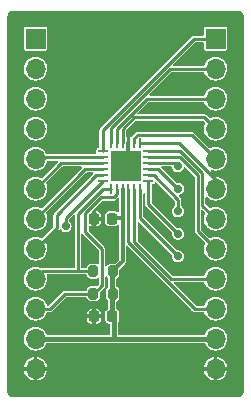
<source format=gbr>
%TF.GenerationSoftware,KiCad,Pcbnew,6.0.4+dfsg-1+b1*%
%TF.CreationDate,2022-04-30T09:27:05+08:00*%
%TF.ProjectId,gpioexp,6770696f-6578-4702-9e6b-696361645f70,c*%
%TF.SameCoordinates,Original*%
%TF.FileFunction,Copper,L1,Top*%
%TF.FilePolarity,Positive*%
%FSLAX46Y46*%
G04 Gerber Fmt 4.6, Leading zero omitted, Abs format (unit mm)*
G04 Created by KiCad (PCBNEW 6.0.4+dfsg-1+b1) date 2022-04-30 09:27:05*
%MOMM*%
%LPD*%
G01*
G04 APERTURE LIST*
G04 Aperture macros list*
%AMRoundRect*
0 Rectangle with rounded corners*
0 $1 Rounding radius*
0 $2 $3 $4 $5 $6 $7 $8 $9 X,Y pos of 4 corners*
0 Add a 4 corners polygon primitive as box body*
4,1,4,$2,$3,$4,$5,$6,$7,$8,$9,$2,$3,0*
0 Add four circle primitives for the rounded corners*
1,1,$1+$1,$2,$3*
1,1,$1+$1,$4,$5*
1,1,$1+$1,$6,$7*
1,1,$1+$1,$8,$9*
0 Add four rect primitives between the rounded corners*
20,1,$1+$1,$2,$3,$4,$5,0*
20,1,$1+$1,$4,$5,$6,$7,0*
20,1,$1+$1,$6,$7,$8,$9,0*
20,1,$1+$1,$8,$9,$2,$3,0*%
G04 Aperture macros list end*
%TA.AperFunction,SMDPad,CuDef*%
%ADD10RoundRect,0.200000X0.200000X0.275000X-0.200000X0.275000X-0.200000X-0.275000X0.200000X-0.275000X0*%
%TD*%
%TA.AperFunction,SMDPad,CuDef*%
%ADD11RoundRect,0.225000X0.225000X0.250000X-0.225000X0.250000X-0.225000X-0.250000X0.225000X-0.250000X0*%
%TD*%
%TA.AperFunction,SMDPad,CuDef*%
%ADD12RoundRect,0.062500X0.350000X0.062500X-0.350000X0.062500X-0.350000X-0.062500X0.350000X-0.062500X0*%
%TD*%
%TA.AperFunction,SMDPad,CuDef*%
%ADD13RoundRect,0.062500X0.062500X0.350000X-0.062500X0.350000X-0.062500X-0.350000X0.062500X-0.350000X0*%
%TD*%
%TA.AperFunction,SMDPad,CuDef*%
%ADD14R,2.600000X2.600000*%
%TD*%
%TA.AperFunction,ComponentPad*%
%ADD15R,1.700000X1.700000*%
%TD*%
%TA.AperFunction,ComponentPad*%
%ADD16O,1.700000X1.700000*%
%TD*%
%TA.AperFunction,ViaPad*%
%ADD17C,0.700000*%
%TD*%
%TA.AperFunction,Conductor*%
%ADD18C,0.304800*%
%TD*%
%TA.AperFunction,Conductor*%
%ADD19C,0.381000*%
%TD*%
%TA.AperFunction,Conductor*%
%ADD20C,0.228600*%
%TD*%
G04 APERTURE END LIST*
D10*
%TO.P,R1,1*%
%TO.N,VCC*%
X141160000Y-100965000D03*
%TO.P,R1,2*%
%TO.N,SCL*%
X139510000Y-100965000D03*
%TD*%
%TO.P,R2,1*%
%TO.N,VCC*%
X141160000Y-102870000D03*
%TO.P,R2,2*%
%TO.N,SDA*%
X139510000Y-102870000D03*
%TD*%
D11*
%TO.P,C2,1*%
%TO.N,VCC*%
X141110000Y-96520000D03*
%TO.P,C2,2*%
%TO.N,GND*%
X139560000Y-96520000D03*
%TD*%
%TO.P,C1,1*%
%TO.N,VCC*%
X141110000Y-104775000D03*
%TO.P,C1,2*%
%TO.N,GND*%
X139560000Y-104775000D03*
%TD*%
D12*
%TO.P,U1,1,P1_0*%
%TO.N,P1_0*%
X144177500Y-93325000D03*
%TO.P,U1,2,P1_1*%
%TO.N,P1_1*%
X144177500Y-92825000D03*
%TO.P,U1,3,P1_2*%
%TO.N,P1_2*%
X144177500Y-92325000D03*
%TO.P,U1,4,P1_3*%
%TO.N,P1_3*%
X144177500Y-91825000D03*
%TO.P,U1,5,P0_0*%
%TO.N,P0_0*%
X144177500Y-91325000D03*
%TO.P,U1,6,P0_1*%
%TO.N,P0_1*%
X144177500Y-90825000D03*
D13*
%TO.P,U1,7,P0_2*%
%TO.N,P0_2*%
X143490000Y-90137500D03*
%TO.P,U1,8,P0_3*%
%TO.N,P0_3*%
X142990000Y-90137500D03*
%TO.P,U1,9,GND*%
%TO.N,GND*%
X142490000Y-90137500D03*
%TO.P,U1,10,P0_4*%
%TO.N,P0_4*%
X141990000Y-90137500D03*
%TO.P,U1,11,P0_5*%
%TO.N,P0_5*%
X141490000Y-90137500D03*
%TO.P,U1,12,P0_6*%
%TO.N,P0_6*%
X140990000Y-90137500D03*
D12*
%TO.P,U1,13,P0_7*%
%TO.N,P0_7*%
X140302500Y-90825000D03*
%TO.P,U1,14,P1_4*%
%TO.N,P1_4*%
X140302500Y-91325000D03*
%TO.P,U1,15,P1_5*%
%TO.N,P1_5*%
X140302500Y-91825000D03*
%TO.P,U1,16,P1_6*%
%TO.N,P1_6*%
X140302500Y-92325000D03*
%TO.P,U1,17,P1_7*%
%TO.N,P1_7*%
X140302500Y-92825000D03*
%TO.P,U1,18,AD0*%
%TO.N,AD0*%
X140302500Y-93325000D03*
D13*
%TO.P,U1,19,SCL*%
%TO.N,SCL*%
X140990000Y-94012500D03*
%TO.P,U1,20,SDA*%
%TO.N,SDA*%
X141490000Y-94012500D03*
%TO.P,U1,21,VCC*%
%TO.N,VCC*%
X141990000Y-94012500D03*
%TO.P,U1,22,INT*%
%TO.N,INT*%
X142490000Y-94012500D03*
%TO.P,U1,23,~{RST}*%
%TO.N,NRST*%
X142990000Y-94012500D03*
%TO.P,U1,24,AD1*%
%TO.N,AD1*%
X143490000Y-94012500D03*
D14*
%TO.P,U1,25,GND*%
%TO.N,GND*%
X142240000Y-92075000D03*
%TD*%
D15*
%TO.P,J1,1,Pin_1*%
%TO.N,P1_0*%
X134620000Y-81280000D03*
D16*
%TO.P,J1,2,Pin_2*%
%TO.N,P1_1*%
X134620000Y-83820000D03*
%TO.P,J1,3,Pin_3*%
%TO.N,P1_2*%
X134620000Y-86360000D03*
%TO.P,J1,4,Pin_4*%
%TO.N,P1_3*%
X134620000Y-88900000D03*
%TO.P,J1,5,Pin_5*%
%TO.N,P1_4*%
X134620000Y-91440000D03*
%TO.P,J1,6,Pin_6*%
%TO.N,P1_5*%
X134620000Y-93980000D03*
%TO.P,J1,7,Pin_7*%
%TO.N,P1_6*%
X134620000Y-96520000D03*
%TO.P,J1,8,Pin_8*%
%TO.N,P1_7*%
X134620000Y-99060000D03*
%TO.P,J1,9,Pin_9*%
%TO.N,SCL*%
X134620000Y-101600000D03*
%TO.P,J1,10,Pin_10*%
%TO.N,SDA*%
X134620000Y-104140000D03*
%TO.P,J1,11,Pin_11*%
%TO.N,VCC*%
X134620000Y-106680000D03*
%TO.P,J1,12,Pin_12*%
%TO.N,GND*%
X134620000Y-109220000D03*
%TD*%
D15*
%TO.P,J2,1,Pin_1*%
%TO.N,P0_7*%
X149860000Y-81280000D03*
D16*
%TO.P,J2,2,Pin_2*%
%TO.N,P0_6*%
X149860000Y-83820000D03*
%TO.P,J2,3,Pin_3*%
%TO.N,P0_5*%
X149860000Y-86360000D03*
%TO.P,J2,4,Pin_4*%
%TO.N,P0_4*%
X149860000Y-88900000D03*
%TO.P,J2,5,Pin_5*%
%TO.N,P0_3*%
X149860000Y-91440000D03*
%TO.P,J2,6,Pin_6*%
%TO.N,P0_2*%
X149860000Y-93980000D03*
%TO.P,J2,7,Pin_7*%
%TO.N,P0_1*%
X149860000Y-96520000D03*
%TO.P,J2,8,Pin_8*%
%TO.N,P0_0*%
X149860000Y-99060000D03*
%TO.P,J2,9,Pin_9*%
%TO.N,NRST*%
X149860000Y-101600000D03*
%TO.P,J2,10,Pin_10*%
%TO.N,INT*%
X149860000Y-104140000D03*
%TO.P,J2,11,Pin_11*%
%TO.N,VCC*%
X149860000Y-106680000D03*
%TO.P,J2,12,Pin_12*%
%TO.N,GND*%
X149860000Y-109220000D03*
%TD*%
D17*
%TO.N,GND*%
X142240000Y-80010000D03*
X144145000Y-101600000D03*
X147320000Y-80010000D03*
X137160000Y-99695000D03*
X140970000Y-97790000D03*
X140970000Y-99695000D03*
X144780000Y-80010000D03*
X142240000Y-92075000D03*
X137160000Y-110490000D03*
X145415000Y-110490000D03*
X139065000Y-99695000D03*
X137160000Y-80010000D03*
X139700000Y-80010000D03*
X139065000Y-110490000D03*
X144145000Y-103505000D03*
X147320000Y-110490000D03*
%TO.N,AD0*%
X137160000Y-97155000D03*
%TO.N,AD1*%
X146685000Y-99695000D03*
%TO.N,P1_3*%
X146685000Y-92075000D03*
%TO.N,P1_2*%
X146685000Y-93980000D03*
%TO.N,P1_1*%
X146685000Y-95885000D03*
%TO.N,P1_0*%
X146685000Y-97790000D03*
%TD*%
D18*
%TO.N,GND*%
X142490000Y-90137500D02*
X142490000Y-91825000D01*
X142490000Y-91825000D02*
X142240000Y-92075000D01*
%TO.N,VCC*%
X141990000Y-96480000D02*
X141990000Y-100097500D01*
D19*
X141122500Y-104775000D02*
X141122500Y-102870000D01*
D18*
X141990000Y-96480000D02*
X141162500Y-96480000D01*
D19*
X141250000Y-106680000D02*
X149860000Y-106680000D01*
X134620000Y-106680000D02*
X141250000Y-106680000D01*
D18*
X141990000Y-94012500D02*
X141990000Y-96480000D01*
D19*
X141250000Y-104902500D02*
X141122500Y-104775000D01*
X141122500Y-102870000D02*
X141122500Y-100965000D01*
X141250000Y-106680000D02*
X141250000Y-104902500D01*
D18*
X141990000Y-100097500D02*
X141122500Y-100965000D01*
X141162500Y-96480000D02*
X141122500Y-96520000D01*
D20*
%TO.N,AD0*%
X140302500Y-93325000D02*
X137160000Y-96467500D01*
X137160000Y-96467500D02*
X137160000Y-97155000D01*
%TO.N,AD1*%
X143490000Y-96500000D02*
X146685000Y-99695000D01*
X143490000Y-94012500D02*
X143490000Y-96500000D01*
%TO.N,SCL*%
X135255000Y-100965000D02*
X134620000Y-101600000D01*
X138205000Y-100965000D02*
X138205000Y-96162124D01*
X140354624Y-94012500D02*
X140990000Y-94012500D01*
X138205000Y-96162124D02*
X138462279Y-95904845D01*
X138205000Y-100965000D02*
X135255000Y-100965000D01*
X138462279Y-95904845D02*
X140354624Y-94012500D01*
X139547500Y-100965000D02*
X138465000Y-100965000D01*
X138465000Y-100965000D02*
X138205000Y-100965000D01*
%TO.N,SDA*%
X140251710Y-99081710D02*
X138843290Y-97673290D01*
X138843290Y-96062664D02*
X140189244Y-94716710D01*
X141223290Y-94716710D02*
X141490000Y-94450000D01*
X140251710Y-102165790D02*
X140251710Y-99081710D01*
X141490000Y-94450000D02*
X141490000Y-94012500D01*
X137130000Y-102870000D02*
X135860000Y-104140000D01*
X138843290Y-97673290D02*
X138843290Y-96062664D01*
X140189244Y-94716710D02*
X141223290Y-94716710D01*
X139547500Y-102870000D02*
X140251710Y-102165790D01*
X135860000Y-104140000D02*
X134620000Y-104140000D01*
X139547500Y-102870000D02*
X137130000Y-102870000D01*
%TO.N,NRST*%
X142990000Y-94012500D02*
X142990000Y-98470000D01*
X142990000Y-98470000D02*
X146120000Y-101600000D01*
X146120000Y-101600000D02*
X149860000Y-101600000D01*
%TO.N,INT*%
X142490000Y-98508124D02*
X148121876Y-104140000D01*
X148121876Y-104140000D02*
X149860000Y-104140000D01*
X142490000Y-94012500D02*
X142490000Y-98508124D01*
%TO.N,P1_7*%
X139777340Y-92825000D02*
X136401170Y-96201170D01*
X140302500Y-92825000D02*
X139777340Y-92825000D01*
X134620000Y-99060000D02*
X136401170Y-97278830D01*
X136401170Y-97278830D02*
X136401170Y-96201170D01*
%TO.N,P1_6*%
X138815000Y-92325000D02*
X134620000Y-96520000D01*
X140302500Y-92325000D02*
X138815000Y-92325000D01*
%TO.N,P1_5*%
X136775000Y-91825000D02*
X134620000Y-93980000D01*
X140302500Y-91825000D02*
X136775000Y-91825000D01*
%TO.N,P1_4*%
X134735000Y-91325000D02*
X134620000Y-91440000D01*
X140302500Y-91325000D02*
X134735000Y-91325000D01*
%TO.N,P0_7*%
X140302500Y-90825000D02*
X140302500Y-89011010D01*
X140302500Y-89011010D02*
X148033510Y-81280000D01*
X148033510Y-81280000D02*
X149860000Y-81280000D01*
%TO.N,P0_6*%
X140990000Y-90137500D02*
X140990000Y-88862340D01*
X146032340Y-83820000D02*
X149860000Y-83820000D01*
X140990000Y-88862340D02*
X146032340Y-83820000D01*
%TO.N,P0_5*%
X144031170Y-86360000D02*
X149860000Y-86360000D01*
X141490000Y-90137500D02*
X141490000Y-88901170D01*
X141490000Y-88901170D02*
X144031170Y-86360000D01*
%TO.N,P0_4*%
X149860000Y-88900000D02*
X148900000Y-87940000D01*
X142990000Y-87940000D02*
X141990000Y-88940000D01*
X148900000Y-87940000D02*
X142990000Y-87940000D01*
X141990000Y-88940000D02*
X141990000Y-90137500D01*
%TO.N,P0_3*%
X147853290Y-89433290D02*
X149860000Y-91440000D01*
X143256710Y-89433290D02*
X147853290Y-89433290D01*
X142990000Y-90137500D02*
X142990000Y-89700000D01*
X142990000Y-89700000D02*
X143256710Y-89433290D01*
%TO.N,P0_2*%
X143490000Y-90137500D02*
X146737878Y-90137500D01*
X146737878Y-90137500D02*
X149860000Y-93259622D01*
X149860000Y-93259622D02*
X149860000Y-93980000D01*
%TO.N,P0_1*%
X146886548Y-90825000D02*
X148743299Y-92681751D01*
X148743299Y-92681751D02*
X148743299Y-95403299D01*
X148743299Y-95403299D02*
X149860000Y-96520000D01*
X144177500Y-90825000D02*
X146886548Y-90825000D01*
%TO.N,P0_0*%
X146847718Y-91325000D02*
X148362288Y-92839570D01*
X148362288Y-92839570D02*
X148362288Y-97562288D01*
X148362288Y-97562288D02*
X149860000Y-99060000D01*
X144177500Y-91325000D02*
X146847718Y-91325000D01*
%TO.N,P1_3*%
X144177500Y-91825000D02*
X146435000Y-91825000D01*
X146435000Y-91825000D02*
X146685000Y-92075000D01*
%TO.N,P1_2*%
X145030000Y-92325000D02*
X146685000Y-93980000D01*
X144177500Y-92325000D02*
X145030000Y-92325000D01*
%TO.N,P1_1*%
X146685000Y-94895000D02*
X146685000Y-95885000D01*
X144615000Y-92825000D02*
X146685000Y-94895000D01*
X144177500Y-92825000D02*
X144615000Y-92825000D01*
%TO.N,P1_0*%
X144177500Y-93325000D02*
X144177500Y-95282500D01*
X144177500Y-95282500D02*
X146685000Y-97790000D01*
%TD*%
%TA.AperFunction,Conductor*%
%TO.N,GND*%
G36*
X151754430Y-78895462D02*
G01*
X151765000Y-78898294D01*
X151774562Y-78895732D01*
X151781581Y-78895732D01*
X151791397Y-78896375D01*
X151879962Y-78908035D01*
X151898924Y-78913116D01*
X151996905Y-78953701D01*
X152013906Y-78963517D01*
X152098042Y-79028077D01*
X152111923Y-79041958D01*
X152176483Y-79126094D01*
X152186299Y-79143095D01*
X152226884Y-79241076D01*
X152231965Y-79260038D01*
X152243625Y-79348603D01*
X152244268Y-79358419D01*
X152244268Y-79365438D01*
X152241706Y-79375000D01*
X152244268Y-79384561D01*
X152244538Y-79385569D01*
X152247100Y-79405032D01*
X152247100Y-111094968D01*
X152244538Y-111114430D01*
X152241706Y-111125000D01*
X152244268Y-111134562D01*
X152244268Y-111141581D01*
X152243625Y-111151397D01*
X152231965Y-111239962D01*
X152226884Y-111258924D01*
X152186299Y-111356905D01*
X152176483Y-111373906D01*
X152111923Y-111458042D01*
X152098042Y-111471923D01*
X152013906Y-111536483D01*
X151996905Y-111546299D01*
X151898924Y-111586884D01*
X151879962Y-111591965D01*
X151791397Y-111603625D01*
X151781581Y-111604268D01*
X151774562Y-111604268D01*
X151765000Y-111601706D01*
X151754431Y-111604538D01*
X151734968Y-111607100D01*
X132745032Y-111607100D01*
X132725569Y-111604538D01*
X132715000Y-111601706D01*
X132705438Y-111604268D01*
X132698419Y-111604268D01*
X132688603Y-111603625D01*
X132600038Y-111591965D01*
X132581076Y-111586884D01*
X132483095Y-111546299D01*
X132466094Y-111536483D01*
X132381958Y-111471923D01*
X132368077Y-111458042D01*
X132303517Y-111373906D01*
X132293701Y-111356905D01*
X132253116Y-111258924D01*
X132248035Y-111239962D01*
X132236375Y-111151397D01*
X132235732Y-111141581D01*
X132235732Y-111134562D01*
X132238294Y-111125000D01*
X132235462Y-111114430D01*
X132232900Y-111094968D01*
X132232900Y-109380318D01*
X133627492Y-109380318D01*
X133628990Y-109398160D01*
X133630312Y-109405364D01*
X133682470Y-109587261D01*
X133685164Y-109594063D01*
X133771657Y-109762363D01*
X133775623Y-109768518D01*
X133893164Y-109916817D01*
X133898240Y-109922074D01*
X134042355Y-110044725D01*
X134048353Y-110048894D01*
X134213537Y-110141211D01*
X134220250Y-110144144D01*
X134400210Y-110202616D01*
X134407358Y-110204188D01*
X134454434Y-110209802D01*
X134464957Y-110207334D01*
X134467600Y-110203801D01*
X134467600Y-110200421D01*
X134772400Y-110200421D01*
X134776097Y-110210578D01*
X134780403Y-110213064D01*
X134791238Y-110212230D01*
X134798449Y-110210959D01*
X134980701Y-110160073D01*
X134987534Y-110157422D01*
X135156428Y-110072108D01*
X135162611Y-110068184D01*
X135311720Y-109951687D01*
X135317023Y-109946637D01*
X135440664Y-109803397D01*
X135444886Y-109797412D01*
X135538354Y-109632880D01*
X135541328Y-109626200D01*
X135601059Y-109446641D01*
X135602680Y-109439508D01*
X135609495Y-109385556D01*
X135608305Y-109380318D01*
X148867492Y-109380318D01*
X148868990Y-109398160D01*
X148870312Y-109405364D01*
X148922470Y-109587261D01*
X148925164Y-109594063D01*
X149011657Y-109762363D01*
X149015623Y-109768518D01*
X149133164Y-109916817D01*
X149138240Y-109922074D01*
X149282355Y-110044725D01*
X149288353Y-110048894D01*
X149453537Y-110141211D01*
X149460250Y-110144144D01*
X149640210Y-110202616D01*
X149647358Y-110204188D01*
X149694434Y-110209802D01*
X149704957Y-110207334D01*
X149707600Y-110203801D01*
X149707600Y-110200421D01*
X150012400Y-110200421D01*
X150016097Y-110210578D01*
X150020403Y-110213064D01*
X150031238Y-110212230D01*
X150038449Y-110210959D01*
X150220701Y-110160073D01*
X150227534Y-110157422D01*
X150396428Y-110072108D01*
X150402611Y-110068184D01*
X150551720Y-109951687D01*
X150557023Y-109946637D01*
X150680664Y-109803397D01*
X150684886Y-109797412D01*
X150778354Y-109632880D01*
X150781328Y-109626200D01*
X150841059Y-109446641D01*
X150842680Y-109439508D01*
X150849495Y-109385556D01*
X150847100Y-109375014D01*
X150843656Y-109372400D01*
X150025659Y-109372400D01*
X150015502Y-109376097D01*
X150012400Y-109381469D01*
X150012400Y-110200421D01*
X149707600Y-110200421D01*
X149707600Y-109385659D01*
X149703903Y-109375502D01*
X149698531Y-109372400D01*
X148880086Y-109372400D01*
X148869929Y-109376097D01*
X148867492Y-109380318D01*
X135608305Y-109380318D01*
X135607100Y-109375014D01*
X135603656Y-109372400D01*
X134785659Y-109372400D01*
X134775502Y-109376097D01*
X134772400Y-109381469D01*
X134772400Y-110200421D01*
X134467600Y-110200421D01*
X134467600Y-109385659D01*
X134463903Y-109375502D01*
X134458531Y-109372400D01*
X133640086Y-109372400D01*
X133629929Y-109376097D01*
X133627492Y-109380318D01*
X132232900Y-109380318D01*
X132232900Y-109054421D01*
X133629843Y-109054421D01*
X133632386Y-109064930D01*
X133636007Y-109067600D01*
X134454341Y-109067600D01*
X134464498Y-109063903D01*
X134467600Y-109058531D01*
X134467600Y-109054341D01*
X134772400Y-109054341D01*
X134776097Y-109064498D01*
X134781469Y-109067600D01*
X135599048Y-109067600D01*
X135609205Y-109063903D01*
X135611547Y-109059847D01*
X135611015Y-109054421D01*
X148869843Y-109054421D01*
X148872386Y-109064930D01*
X148876007Y-109067600D01*
X149694341Y-109067600D01*
X149704498Y-109063903D01*
X149707600Y-109058531D01*
X149707600Y-109054341D01*
X150012400Y-109054341D01*
X150016097Y-109064498D01*
X150021469Y-109067600D01*
X150839048Y-109067600D01*
X150849205Y-109063903D01*
X150851547Y-109059847D01*
X150848427Y-109028024D01*
X150847001Y-109020828D01*
X150792312Y-108839688D01*
X150789524Y-108832922D01*
X150700684Y-108665839D01*
X150696639Y-108659751D01*
X150577041Y-108513109D01*
X150571878Y-108507910D01*
X150426078Y-108387294D01*
X150420016Y-108383205D01*
X150253557Y-108293201D01*
X150246813Y-108290366D01*
X150066047Y-108234410D01*
X150058880Y-108232939D01*
X150025587Y-108229440D01*
X150015100Y-108232055D01*
X150012400Y-108235771D01*
X150012400Y-109054341D01*
X149707600Y-109054341D01*
X149707600Y-108240543D01*
X149703903Y-108230386D01*
X149699766Y-108227997D01*
X149674918Y-108230258D01*
X149667732Y-108231629D01*
X149486208Y-108285055D01*
X149479421Y-108287797D01*
X149311721Y-108375468D01*
X149305603Y-108379472D01*
X149158128Y-108498044D01*
X149152903Y-108503161D01*
X149031266Y-108648122D01*
X149027132Y-108654160D01*
X148935975Y-108819975D01*
X148933088Y-108826711D01*
X148875874Y-109007074D01*
X148874351Y-109014239D01*
X148869843Y-109054421D01*
X135611015Y-109054421D01*
X135608427Y-109028024D01*
X135607001Y-109020828D01*
X135552312Y-108839688D01*
X135549524Y-108832922D01*
X135460684Y-108665839D01*
X135456639Y-108659751D01*
X135337041Y-108513109D01*
X135331878Y-108507910D01*
X135186078Y-108387294D01*
X135180016Y-108383205D01*
X135013557Y-108293201D01*
X135006813Y-108290366D01*
X134826047Y-108234410D01*
X134818880Y-108232939D01*
X134785587Y-108229440D01*
X134775100Y-108232055D01*
X134772400Y-108235771D01*
X134772400Y-109054341D01*
X134467600Y-109054341D01*
X134467600Y-108240543D01*
X134463903Y-108230386D01*
X134459766Y-108227997D01*
X134434918Y-108230258D01*
X134427732Y-108231629D01*
X134246208Y-108285055D01*
X134239421Y-108287797D01*
X134071721Y-108375468D01*
X134065603Y-108379472D01*
X133918128Y-108498044D01*
X133912903Y-108503161D01*
X133791266Y-108648122D01*
X133787132Y-108654160D01*
X133695975Y-108819975D01*
X133693088Y-108826711D01*
X133635874Y-109007074D01*
X133634351Y-109014239D01*
X133629843Y-109054421D01*
X132232900Y-109054421D01*
X132232900Y-106665930D01*
X133612345Y-106665930D01*
X133612653Y-106669598D01*
X133612653Y-106669601D01*
X133615889Y-106708138D01*
X133628803Y-106861919D01*
X133683015Y-107050979D01*
X133772916Y-107225908D01*
X133895083Y-107380044D01*
X133897877Y-107382422D01*
X133897878Y-107382423D01*
X133932691Y-107412051D01*
X134044862Y-107507516D01*
X134048063Y-107509305D01*
X134048066Y-107509307D01*
X134086656Y-107530874D01*
X134216547Y-107603467D01*
X134220044Y-107604603D01*
X134220048Y-107604605D01*
X134312615Y-107634681D01*
X134403600Y-107664244D01*
X134510984Y-107677049D01*
X134595237Y-107687096D01*
X134595239Y-107687096D01*
X134598895Y-107687532D01*
X134794994Y-107672443D01*
X134909061Y-107640595D01*
X134980883Y-107620542D01*
X134980885Y-107620541D01*
X134984428Y-107619552D01*
X135159981Y-107530874D01*
X135314966Y-107409786D01*
X135443480Y-107260901D01*
X135540628Y-107089890D01*
X135541790Y-107086398D01*
X135545628Y-107074862D01*
X135577580Y-107034550D01*
X135616983Y-107023400D01*
X148862939Y-107023400D01*
X148911277Y-107040993D01*
X148929823Y-107064226D01*
X149012916Y-107225908D01*
X149135083Y-107380044D01*
X149137877Y-107382422D01*
X149137878Y-107382423D01*
X149172691Y-107412051D01*
X149284862Y-107507516D01*
X149288063Y-107509305D01*
X149288066Y-107509307D01*
X149326656Y-107530874D01*
X149456547Y-107603467D01*
X149460044Y-107604603D01*
X149460048Y-107604605D01*
X149552615Y-107634681D01*
X149643600Y-107664244D01*
X149750984Y-107677049D01*
X149835237Y-107687096D01*
X149835239Y-107687096D01*
X149838895Y-107687532D01*
X150034994Y-107672443D01*
X150149061Y-107640595D01*
X150220883Y-107620542D01*
X150220885Y-107620541D01*
X150224428Y-107619552D01*
X150399981Y-107530874D01*
X150554966Y-107409786D01*
X150683480Y-107260901D01*
X150780628Y-107089890D01*
X150842710Y-106903266D01*
X150867360Y-106708138D01*
X150867753Y-106680000D01*
X150867548Y-106677907D01*
X150848921Y-106487927D01*
X150848920Y-106487922D01*
X150848561Y-106484260D01*
X150791714Y-106295975D01*
X150699379Y-106122318D01*
X150575072Y-105969903D01*
X150423528Y-105844535D01*
X150250520Y-105750990D01*
X150062637Y-105692830D01*
X149939766Y-105679916D01*
X149870690Y-105672656D01*
X149870689Y-105672656D01*
X149867035Y-105672272D01*
X149769101Y-105681184D01*
X149674824Y-105689764D01*
X149674823Y-105689764D01*
X149671166Y-105690097D01*
X149667641Y-105691134D01*
X149667638Y-105691135D01*
X149486019Y-105744589D01*
X149482489Y-105745628D01*
X149308192Y-105836748D01*
X149154912Y-105959988D01*
X149028489Y-106110653D01*
X148933739Y-106283004D01*
X148932627Y-106286509D01*
X148931177Y-106289892D01*
X148929501Y-106289173D01*
X148901995Y-106324892D01*
X148861699Y-106336600D01*
X141668600Y-106336600D01*
X141620262Y-106319007D01*
X141594542Y-106274458D01*
X141593400Y-106261400D01*
X141593400Y-105332194D01*
X141610993Y-105283856D01*
X141615379Y-105279066D01*
X141621895Y-105272538D01*
X141646908Y-105247482D01*
X141649637Y-105241898D01*
X141649639Y-105241896D01*
X141699595Y-105139695D01*
X141702157Y-105134454D01*
X141712900Y-105060815D01*
X141712899Y-104489186D01*
X141701966Y-104414905D01*
X141699391Y-104409660D01*
X141649257Y-104307550D01*
X141649256Y-104307549D01*
X141646519Y-104301974D01*
X141642124Y-104297586D01*
X141642122Y-104297584D01*
X141602161Y-104257694D01*
X141557482Y-104213092D01*
X141551898Y-104210363D01*
X141551896Y-104210361D01*
X141508076Y-104188942D01*
X141472375Y-104151908D01*
X141465900Y-104121381D01*
X141465900Y-103533028D01*
X141483493Y-103484690D01*
X141507957Y-103465526D01*
X141562691Y-103438652D01*
X141562695Y-103438649D01*
X141568272Y-103435911D01*
X141572660Y-103431516D01*
X141572662Y-103431514D01*
X141609724Y-103394386D01*
X141651274Y-103352764D01*
X141674850Y-103304535D01*
X141700305Y-103252460D01*
X141700306Y-103252458D01*
X141702869Y-103247214D01*
X141712900Y-103178452D01*
X141712900Y-102561548D01*
X141707462Y-102524605D01*
X141703541Y-102497967D01*
X141703540Y-102497965D01*
X141702690Y-102492188D01*
X141650911Y-102386728D01*
X141646516Y-102382340D01*
X141646514Y-102382338D01*
X141596138Y-102332051D01*
X141567764Y-102303726D01*
X141562182Y-102300997D01*
X141562180Y-102300996D01*
X141508075Y-102274549D01*
X141472375Y-102237515D01*
X141465900Y-102206989D01*
X141465900Y-101628028D01*
X141483493Y-101579690D01*
X141507957Y-101560526D01*
X141562691Y-101533652D01*
X141562695Y-101533649D01*
X141568272Y-101530911D01*
X141572660Y-101526516D01*
X141572662Y-101526514D01*
X141634510Y-101464557D01*
X141651274Y-101447764D01*
X141658469Y-101433046D01*
X141700305Y-101347460D01*
X141700306Y-101347458D01*
X141702869Y-101342214D01*
X141712900Y-101273452D01*
X141712900Y-100837507D01*
X141730493Y-100789169D01*
X141734926Y-100784333D01*
X142166677Y-100352582D01*
X142170898Y-100348938D01*
X142175180Y-100346845D01*
X142183854Y-100337495D01*
X142209688Y-100309645D01*
X142211646Y-100307613D01*
X142225956Y-100293303D01*
X142227918Y-100290442D01*
X142230133Y-100287777D01*
X142230275Y-100287895D01*
X142232860Y-100284665D01*
X142247805Y-100268554D01*
X142252528Y-100263463D01*
X142255100Y-100257016D01*
X142255102Y-100257013D01*
X142257909Y-100249976D01*
X142265742Y-100235306D01*
X142273956Y-100223332D01*
X142280292Y-100196633D01*
X142280635Y-100195189D01*
X142283953Y-100184698D01*
X142294673Y-100157827D01*
X142295300Y-100151432D01*
X142295300Y-100142194D01*
X142297332Y-100124830D01*
X142298614Y-100119427D01*
X142300217Y-100112673D01*
X142295987Y-100081591D01*
X142295300Y-100071450D01*
X142295300Y-98872850D01*
X142312893Y-98824512D01*
X142357442Y-98798792D01*
X142408100Y-98807725D01*
X142423674Y-98819676D01*
X147909088Y-104305090D01*
X147918438Y-104316482D01*
X147929235Y-104332641D01*
X148017620Y-104391697D01*
X148095558Y-104407200D01*
X148095559Y-104407200D01*
X148121876Y-104412435D01*
X148129140Y-104410990D01*
X148140929Y-104408645D01*
X148155600Y-104407200D01*
X148836590Y-104407200D01*
X148884928Y-104424793D01*
X148908877Y-104461673D01*
X148917549Y-104491915D01*
X148923015Y-104510979D01*
X149012916Y-104685908D01*
X149135083Y-104840044D01*
X149137877Y-104842422D01*
X149137878Y-104842423D01*
X149172691Y-104872051D01*
X149284862Y-104967516D01*
X149288063Y-104969305D01*
X149288066Y-104969307D01*
X149326656Y-104990874D01*
X149456547Y-105063467D01*
X149460044Y-105064603D01*
X149460048Y-105064605D01*
X149552615Y-105094681D01*
X149643600Y-105124244D01*
X149750984Y-105137049D01*
X149835237Y-105147096D01*
X149835239Y-105147096D01*
X149838895Y-105147532D01*
X150034994Y-105132443D01*
X150149061Y-105100595D01*
X150220883Y-105080542D01*
X150220885Y-105080541D01*
X150224428Y-105079552D01*
X150399981Y-104990874D01*
X150554966Y-104869786D01*
X150683480Y-104720901D01*
X150780628Y-104549890D01*
X150834621Y-104387583D01*
X150841548Y-104366760D01*
X150841549Y-104366757D01*
X150842710Y-104363266D01*
X150867360Y-104168138D01*
X150867753Y-104140000D01*
X150867548Y-104137907D01*
X150848921Y-103947927D01*
X150848920Y-103947922D01*
X150848561Y-103944260D01*
X150791714Y-103755975D01*
X150699379Y-103582318D01*
X150575072Y-103429903D01*
X150423528Y-103304535D01*
X150250520Y-103210990D01*
X150062637Y-103152830D01*
X149939766Y-103139916D01*
X149870690Y-103132656D01*
X149870689Y-103132656D01*
X149867035Y-103132272D01*
X149769101Y-103141184D01*
X149674824Y-103149764D01*
X149674823Y-103149764D01*
X149671166Y-103150097D01*
X149667641Y-103151134D01*
X149667638Y-103151135D01*
X149565586Y-103181171D01*
X149482489Y-103205628D01*
X149308192Y-103296748D01*
X149154912Y-103419988D01*
X149028489Y-103570653D01*
X148933739Y-103743004D01*
X148929624Y-103755975D01*
X148909207Y-103820338D01*
X148877821Y-103861094D01*
X148837527Y-103872800D01*
X148263702Y-103872800D01*
X148215364Y-103855207D01*
X148210528Y-103850774D01*
X146355328Y-101995574D01*
X146333588Y-101948954D01*
X146346902Y-101899267D01*
X146389039Y-101869762D01*
X146408502Y-101867200D01*
X148836590Y-101867200D01*
X148884928Y-101884793D01*
X148908877Y-101921672D01*
X148923015Y-101970979D01*
X149012916Y-102145908D01*
X149015201Y-102148791D01*
X149038113Y-102177699D01*
X149135083Y-102300044D01*
X149137877Y-102302422D01*
X149137878Y-102302423D01*
X149172691Y-102332051D01*
X149284862Y-102427516D01*
X149288063Y-102429305D01*
X149288066Y-102429307D01*
X149326656Y-102450874D01*
X149456547Y-102523467D01*
X149460044Y-102524603D01*
X149460048Y-102524605D01*
X149552615Y-102554681D01*
X149643600Y-102584244D01*
X149750984Y-102597049D01*
X149835237Y-102607096D01*
X149835239Y-102607096D01*
X149838895Y-102607532D01*
X150034994Y-102592443D01*
X150155386Y-102558829D01*
X150220883Y-102540542D01*
X150220885Y-102540541D01*
X150224428Y-102539552D01*
X150318193Y-102492188D01*
X150396697Y-102452533D01*
X150396698Y-102452532D01*
X150399981Y-102450874D01*
X150554966Y-102329786D01*
X150683480Y-102180901D01*
X150701721Y-102148791D01*
X150778810Y-102013091D01*
X150778812Y-102013088D01*
X150780628Y-102009890D01*
X150842710Y-101823266D01*
X150867360Y-101628138D01*
X150867753Y-101600000D01*
X150867018Y-101592500D01*
X150848921Y-101407927D01*
X150848920Y-101407922D01*
X150848561Y-101404260D01*
X150791714Y-101215975D01*
X150699379Y-101042318D01*
X150575072Y-100889903D01*
X150423528Y-100764535D01*
X150250520Y-100670990D01*
X150062637Y-100612830D01*
X149939766Y-100599916D01*
X149870690Y-100592656D01*
X149870689Y-100592656D01*
X149867035Y-100592272D01*
X149769100Y-100601185D01*
X149674824Y-100609764D01*
X149674823Y-100609764D01*
X149671166Y-100610097D01*
X149667641Y-100611134D01*
X149667638Y-100611135D01*
X149513340Y-100656548D01*
X149482489Y-100665628D01*
X149308192Y-100756748D01*
X149154912Y-100879988D01*
X149028489Y-101030653D01*
X148933739Y-101203004D01*
X148929624Y-101215975D01*
X148909207Y-101280338D01*
X148877821Y-101321094D01*
X148837527Y-101332800D01*
X146261826Y-101332800D01*
X146213488Y-101315207D01*
X146208652Y-101310774D01*
X143279226Y-98381348D01*
X143257486Y-98334728D01*
X143257200Y-98328174D01*
X143257200Y-96826626D01*
X143274793Y-96778288D01*
X143319342Y-96752568D01*
X143370000Y-96761501D01*
X143385574Y-96773452D01*
X146166659Y-99554537D01*
X146188399Y-99601157D01*
X146187790Y-99619280D01*
X146176967Y-99688793D01*
X146177661Y-99694100D01*
X146177661Y-99694103D01*
X146178159Y-99697909D01*
X146195645Y-99831630D01*
X146253662Y-99963484D01*
X146257107Y-99967582D01*
X146257108Y-99967584D01*
X146270138Y-99983085D01*
X146346354Y-100073755D01*
X146466270Y-100153577D01*
X146603769Y-100196535D01*
X146677871Y-100197893D01*
X146742436Y-100199077D01*
X146742438Y-100199077D01*
X146747798Y-100199175D01*
X146752969Y-100197765D01*
X146752971Y-100197765D01*
X146881394Y-100162753D01*
X146886779Y-100161285D01*
X146946152Y-100124830D01*
X147004970Y-100088716D01*
X147004973Y-100088714D01*
X147009539Y-100085910D01*
X147106210Y-99979110D01*
X147110120Y-99971041D01*
X147166682Y-99854296D01*
X147166682Y-99854295D01*
X147169020Y-99849470D01*
X147192919Y-99707413D01*
X147193071Y-99695000D01*
X147192659Y-99692120D01*
X147173409Y-99557704D01*
X147173408Y-99557700D01*
X147172649Y-99552401D01*
X147113026Y-99421266D01*
X147109528Y-99417206D01*
X147022487Y-99316190D01*
X147022484Y-99316187D01*
X147018993Y-99312136D01*
X146968819Y-99279615D01*
X146902604Y-99236697D01*
X146902603Y-99236697D01*
X146898111Y-99233785D01*
X146821912Y-99210997D01*
X146765232Y-99194045D01*
X146765229Y-99194045D01*
X146760098Y-99192510D01*
X146754743Y-99192477D01*
X146754741Y-99192477D01*
X146689524Y-99192079D01*
X146616047Y-99191630D01*
X146610895Y-99193102D01*
X146605591Y-99193829D01*
X146605255Y-99191377D01*
X146563300Y-99188399D01*
X146540784Y-99172906D01*
X143779226Y-96411348D01*
X143757486Y-96364728D01*
X143757200Y-96358174D01*
X143757200Y-95302656D01*
X143763866Y-95284339D01*
X143758075Y-95273783D01*
X143757200Y-95262344D01*
X143757200Y-94444913D01*
X143758645Y-94430242D01*
X143761345Y-94416668D01*
X143788030Y-94372692D01*
X143836740Y-94356157D01*
X143884683Y-94374801D01*
X143909425Y-94419899D01*
X143910300Y-94431339D01*
X143910300Y-95248771D01*
X143908855Y-95263443D01*
X143906155Y-95277016D01*
X143904055Y-95280476D01*
X143906155Y-95287983D01*
X143925803Y-95386757D01*
X143954441Y-95429617D01*
X143984859Y-95475141D01*
X143993739Y-95481074D01*
X144001014Y-95485935D01*
X144012410Y-95495288D01*
X146166659Y-97649537D01*
X146188399Y-97696157D01*
X146187790Y-97714280D01*
X146176967Y-97783793D01*
X146177661Y-97789100D01*
X146177661Y-97789103D01*
X146178159Y-97792909D01*
X146195645Y-97926630D01*
X146237580Y-98021935D01*
X146251098Y-98052656D01*
X146253662Y-98058484D01*
X146257107Y-98062582D01*
X146257108Y-98062584D01*
X146266797Y-98074110D01*
X146346354Y-98168755D01*
X146374298Y-98187356D01*
X146418454Y-98216748D01*
X146466270Y-98248577D01*
X146603769Y-98291535D01*
X146677871Y-98292893D01*
X146742436Y-98294077D01*
X146742438Y-98294077D01*
X146747798Y-98294175D01*
X146752969Y-98292765D01*
X146752971Y-98292765D01*
X146828695Y-98272120D01*
X146886779Y-98256285D01*
X146941334Y-98222788D01*
X147004970Y-98183716D01*
X147004973Y-98183714D01*
X147009539Y-98180910D01*
X147027125Y-98161482D01*
X147102612Y-98078085D01*
X147106210Y-98074110D01*
X147111795Y-98062584D01*
X147166682Y-97949296D01*
X147166682Y-97949295D01*
X147169020Y-97944470D01*
X147192919Y-97802413D01*
X147193071Y-97790000D01*
X147192659Y-97787120D01*
X147173409Y-97652704D01*
X147173408Y-97652700D01*
X147172649Y-97647401D01*
X147161416Y-97622694D01*
X147118148Y-97527532D01*
X147113026Y-97516266D01*
X147102667Y-97504244D01*
X147022487Y-97411190D01*
X147022484Y-97411187D01*
X147018993Y-97407136D01*
X146898111Y-97328785D01*
X146815852Y-97304184D01*
X146765232Y-97289045D01*
X146765229Y-97289045D01*
X146760098Y-97287510D01*
X146754743Y-97287477D01*
X146754741Y-97287477D01*
X146689524Y-97287079D01*
X146616047Y-97286630D01*
X146610895Y-97288102D01*
X146605591Y-97288829D01*
X146605255Y-97286377D01*
X146563300Y-97283399D01*
X146540784Y-97267906D01*
X144466726Y-95193848D01*
X144444986Y-95147228D01*
X144444700Y-95140674D01*
X144444700Y-93678099D01*
X144462293Y-93629761D01*
X144506842Y-93604041D01*
X144519900Y-93602899D01*
X144548714Y-93602899D01*
X144552337Y-93602178D01*
X144552341Y-93602178D01*
X144604280Y-93591847D01*
X144611545Y-93590402D01*
X144682795Y-93542795D01*
X144730402Y-93471545D01*
X144731602Y-93465513D01*
X144765868Y-93428117D01*
X144816867Y-93421401D01*
X144853767Y-93441645D01*
X146395774Y-94983652D01*
X146417514Y-95030272D01*
X146417800Y-95036826D01*
X146417800Y-95417437D01*
X146400207Y-95465775D01*
X146382728Y-95481035D01*
X146360241Y-95495223D01*
X146360234Y-95495229D01*
X146355709Y-95498084D01*
X146348550Y-95506190D01*
X146263897Y-95602041D01*
X146263895Y-95602044D01*
X146260351Y-95606057D01*
X146199129Y-95736454D01*
X146176967Y-95878793D01*
X146177661Y-95884100D01*
X146177661Y-95884103D01*
X146180510Y-95905891D01*
X146195645Y-96021630D01*
X146237580Y-96116935D01*
X146241795Y-96126513D01*
X146253662Y-96153484D01*
X146257107Y-96157582D01*
X146257108Y-96157584D01*
X146282277Y-96187526D01*
X146346354Y-96263755D01*
X146466270Y-96343577D01*
X146603769Y-96386535D01*
X146677871Y-96387893D01*
X146742436Y-96389077D01*
X146742438Y-96389077D01*
X146747798Y-96389175D01*
X146752969Y-96387765D01*
X146752971Y-96387765D01*
X146837470Y-96364728D01*
X146886779Y-96351285D01*
X146947285Y-96314134D01*
X147004970Y-96278716D01*
X147004973Y-96278714D01*
X147009539Y-96275910D01*
X147023985Y-96259951D01*
X147102612Y-96173085D01*
X147106210Y-96169110D01*
X147110360Y-96160546D01*
X147166682Y-96044296D01*
X147166682Y-96044295D01*
X147169020Y-96039470D01*
X147192919Y-95897413D01*
X147193071Y-95885000D01*
X147192659Y-95882120D01*
X147173409Y-95747704D01*
X147173408Y-95747700D01*
X147172649Y-95742401D01*
X147113026Y-95611266D01*
X147108538Y-95606057D01*
X147022487Y-95506190D01*
X147022484Y-95506187D01*
X147018993Y-95502136D01*
X146986498Y-95481074D01*
X146955505Y-95440019D01*
X146952200Y-95417970D01*
X146952200Y-94928725D01*
X146953645Y-94914054D01*
X146955990Y-94902265D01*
X146955990Y-94902264D01*
X146957435Y-94895000D01*
X146955990Y-94887735D01*
X146938142Y-94798007D01*
X146936697Y-94790743D01*
X146892549Y-94724671D01*
X146884117Y-94712051D01*
X146881756Y-94708517D01*
X146881755Y-94708516D01*
X146877641Y-94702359D01*
X146861485Y-94691564D01*
X146850090Y-94682212D01*
X146764203Y-94596325D01*
X146742463Y-94549705D01*
X146755777Y-94500018D01*
X146797597Y-94470599D01*
X146858748Y-94453927D01*
X146886779Y-94446285D01*
X146973414Y-94393091D01*
X147004970Y-94373716D01*
X147004973Y-94373714D01*
X147009539Y-94370910D01*
X147040496Y-94336710D01*
X147102612Y-94268085D01*
X147106210Y-94264110D01*
X147154009Y-94165454D01*
X147166682Y-94139296D01*
X147166682Y-94139295D01*
X147169020Y-94134470D01*
X147192919Y-93992413D01*
X147193071Y-93980000D01*
X147192659Y-93977120D01*
X147173409Y-93842704D01*
X147173408Y-93842700D01*
X147172649Y-93837401D01*
X147148488Y-93784260D01*
X147135242Y-93755128D01*
X147113026Y-93706266D01*
X147088756Y-93678099D01*
X147022487Y-93601190D01*
X147022484Y-93601187D01*
X147018993Y-93597136D01*
X146954608Y-93555404D01*
X146902604Y-93521697D01*
X146902603Y-93521697D01*
X146898111Y-93518785D01*
X146821912Y-93495997D01*
X146765232Y-93479045D01*
X146765229Y-93479045D01*
X146760098Y-93477510D01*
X146754743Y-93477477D01*
X146754741Y-93477477D01*
X146689524Y-93477079D01*
X146616047Y-93476630D01*
X146610895Y-93478102D01*
X146605591Y-93478829D01*
X146605255Y-93476377D01*
X146563300Y-93473399D01*
X146540784Y-93457906D01*
X145303452Y-92220574D01*
X145281712Y-92173954D01*
X145295026Y-92124267D01*
X145337163Y-92094762D01*
X145356626Y-92092200D01*
X146114021Y-92092200D01*
X146162359Y-92109793D01*
X146188586Y-92157649D01*
X146190718Y-92173954D01*
X146195645Y-92211630D01*
X146253662Y-92343484D01*
X146257107Y-92347582D01*
X146257108Y-92347584D01*
X146270138Y-92363085D01*
X146346354Y-92453755D01*
X146466270Y-92533577D01*
X146603769Y-92576535D01*
X146677871Y-92577893D01*
X146742436Y-92579077D01*
X146742438Y-92579077D01*
X146747798Y-92579175D01*
X146752969Y-92577765D01*
X146752971Y-92577765D01*
X146881240Y-92542795D01*
X146886779Y-92541285D01*
X146939871Y-92508686D01*
X147004970Y-92468716D01*
X147004973Y-92468714D01*
X147009539Y-92465910D01*
X147061311Y-92408714D01*
X147102612Y-92363085D01*
X147106210Y-92359110D01*
X147111795Y-92347584D01*
X147166682Y-92234296D01*
X147166682Y-92234295D01*
X147169020Y-92229470D01*
X147174386Y-92197575D01*
X147199756Y-92152827D01*
X147247954Y-92134854D01*
X147296428Y-92152068D01*
X147301718Y-92156878D01*
X148073062Y-92928222D01*
X148094802Y-92974842D01*
X148095088Y-92981396D01*
X148095088Y-97528559D01*
X148093643Y-97543230D01*
X148089852Y-97562288D01*
X148091297Y-97569552D01*
X148108282Y-97654935D01*
X148110591Y-97666545D01*
X148132683Y-97699608D01*
X148169647Y-97754929D01*
X148175806Y-97759044D01*
X148185802Y-97765723D01*
X148197198Y-97775076D01*
X148947517Y-98525395D01*
X148969257Y-98572015D01*
X148960243Y-98614794D01*
X148933739Y-98663004D01*
X148874269Y-98850476D01*
X148852345Y-99045930D01*
X148852653Y-99049598D01*
X148852653Y-99049601D01*
X148856065Y-99090228D01*
X148868803Y-99241919D01*
X148923015Y-99430979D01*
X149012916Y-99605908D01*
X149135083Y-99760044D01*
X149137877Y-99762422D01*
X149137878Y-99762423D01*
X149172691Y-99792051D01*
X149284862Y-99887516D01*
X149288063Y-99889305D01*
X149288066Y-99889307D01*
X149326656Y-99910874D01*
X149456547Y-99983467D01*
X149460044Y-99984603D01*
X149460048Y-99984605D01*
X149552615Y-100014681D01*
X149643600Y-100044244D01*
X149750984Y-100057049D01*
X149835237Y-100067096D01*
X149835239Y-100067096D01*
X149838895Y-100067532D01*
X150034994Y-100052443D01*
X150149061Y-100020595D01*
X150220883Y-100000542D01*
X150220885Y-100000541D01*
X150224428Y-99999552D01*
X150399981Y-99910874D01*
X150554966Y-99789786D01*
X150683480Y-99640901D01*
X150685299Y-99637699D01*
X150778810Y-99473091D01*
X150778812Y-99473088D01*
X150780628Y-99469890D01*
X150842710Y-99283266D01*
X150867360Y-99088138D01*
X150867753Y-99060000D01*
X150867548Y-99057907D01*
X150848921Y-98867927D01*
X150848920Y-98867922D01*
X150848561Y-98864260D01*
X150791714Y-98675975D01*
X150699379Y-98502318D01*
X150575072Y-98349903D01*
X150423528Y-98224535D01*
X150250520Y-98130990D01*
X150062637Y-98072830D01*
X149926140Y-98058484D01*
X149870690Y-98052656D01*
X149870689Y-98052656D01*
X149867035Y-98052272D01*
X149798775Y-98058484D01*
X149674824Y-98069764D01*
X149674823Y-98069764D01*
X149671166Y-98070097D01*
X149667641Y-98071134D01*
X149667638Y-98071135D01*
X149486018Y-98124589D01*
X149486015Y-98124590D01*
X149482489Y-98125628D01*
X149479230Y-98127332D01*
X149479227Y-98127333D01*
X149440228Y-98147721D01*
X149415408Y-98160697D01*
X149413906Y-98161482D01*
X149362918Y-98168286D01*
X149325892Y-98148014D01*
X148651514Y-97473636D01*
X148629774Y-97427016D01*
X148629488Y-97420462D01*
X148629488Y-95848914D01*
X148647081Y-95800576D01*
X148691630Y-95774856D01*
X148742288Y-95783789D01*
X148757862Y-95795740D01*
X148947517Y-95985395D01*
X148969257Y-96032015D01*
X148960243Y-96074794D01*
X148933739Y-96123004D01*
X148874269Y-96310476D01*
X148852345Y-96505930D01*
X148852653Y-96509598D01*
X148852653Y-96509601D01*
X148862977Y-96632538D01*
X148868803Y-96701919D01*
X148913453Y-96857631D01*
X148918236Y-96874311D01*
X148923015Y-96890979D01*
X149012916Y-97065908D01*
X149135083Y-97220044D01*
X149137877Y-97222422D01*
X149137878Y-97222423D01*
X149209525Y-97283399D01*
X149284862Y-97347516D01*
X149288063Y-97349305D01*
X149288066Y-97349307D01*
X149326656Y-97370874D01*
X149456547Y-97443467D01*
X149460044Y-97444603D01*
X149460048Y-97444605D01*
X149523785Y-97465314D01*
X149643600Y-97504244D01*
X149750984Y-97517049D01*
X149835237Y-97527096D01*
X149835239Y-97527096D01*
X149838895Y-97527532D01*
X150034994Y-97512443D01*
X150203791Y-97465314D01*
X150220883Y-97460542D01*
X150220885Y-97460541D01*
X150224428Y-97459552D01*
X150333957Y-97404225D01*
X150396697Y-97372533D01*
X150396698Y-97372532D01*
X150399981Y-97370874D01*
X150508132Y-97286377D01*
X150552067Y-97252051D01*
X150554966Y-97249786D01*
X150683480Y-97100901D01*
X150705218Y-97062636D01*
X150778810Y-96933091D01*
X150778812Y-96933088D01*
X150780628Y-96929890D01*
X150831758Y-96776190D01*
X150841548Y-96746760D01*
X150841549Y-96746757D01*
X150842710Y-96743266D01*
X150867360Y-96548138D01*
X150867753Y-96520000D01*
X150867548Y-96517907D01*
X150848921Y-96327927D01*
X150848920Y-96327922D01*
X150848561Y-96324260D01*
X150791714Y-96135975D01*
X150699379Y-95962318D01*
X150575072Y-95809903D01*
X150423528Y-95684535D01*
X150250520Y-95590990D01*
X150062637Y-95532830D01*
X149939766Y-95519916D01*
X149870690Y-95512656D01*
X149870689Y-95512656D01*
X149867035Y-95512272D01*
X149769100Y-95521185D01*
X149674824Y-95529764D01*
X149674823Y-95529764D01*
X149671166Y-95530097D01*
X149667641Y-95531134D01*
X149667638Y-95531135D01*
X149486018Y-95584589D01*
X149486015Y-95584590D01*
X149482489Y-95585628D01*
X149479230Y-95587332D01*
X149479227Y-95587333D01*
X149440228Y-95607721D01*
X149415408Y-95620697D01*
X149413906Y-95621482D01*
X149362918Y-95628286D01*
X149325892Y-95608014D01*
X149032525Y-95314647D01*
X149010785Y-95268027D01*
X149010499Y-95261473D01*
X149010499Y-94736644D01*
X149028092Y-94688306D01*
X149072641Y-94662586D01*
X149123299Y-94671519D01*
X149134734Y-94680454D01*
X149135083Y-94680044D01*
X149284862Y-94807516D01*
X149288063Y-94809305D01*
X149288066Y-94809307D01*
X149326656Y-94830874D01*
X149456547Y-94903467D01*
X149460044Y-94904603D01*
X149460048Y-94904605D01*
X149520538Y-94924259D01*
X149643600Y-94964244D01*
X149750984Y-94977049D01*
X149835237Y-94987096D01*
X149835239Y-94987096D01*
X149838895Y-94987532D01*
X150034994Y-94972443D01*
X150149061Y-94940595D01*
X150220883Y-94920542D01*
X150220885Y-94920541D01*
X150224428Y-94919552D01*
X150399981Y-94830874D01*
X150554966Y-94709786D01*
X150683480Y-94560901D01*
X150706031Y-94521205D01*
X150778810Y-94393091D01*
X150778812Y-94393088D01*
X150780628Y-94389890D01*
X150811669Y-94296578D01*
X150841548Y-94206760D01*
X150841549Y-94206757D01*
X150842710Y-94203266D01*
X150867360Y-94008138D01*
X150867620Y-93989500D01*
X150867724Y-93982099D01*
X150867724Y-93982093D01*
X150867753Y-93980000D01*
X150867471Y-93977120D01*
X150848921Y-93787927D01*
X150848920Y-93787922D01*
X150848561Y-93784260D01*
X150791714Y-93595975D01*
X150699379Y-93422318D01*
X150575072Y-93269903D01*
X150542695Y-93243118D01*
X150426359Y-93146877D01*
X150423528Y-93144535D01*
X150250520Y-93050990D01*
X150062637Y-92992830D01*
X150028276Y-92989219D01*
X149986816Y-92984861D01*
X149941502Y-92963247D01*
X149507942Y-92529687D01*
X149486202Y-92483067D01*
X149499516Y-92433380D01*
X149541653Y-92403875D01*
X149584351Y-92404993D01*
X149643600Y-92424244D01*
X149750984Y-92437049D01*
X149835237Y-92447096D01*
X149835239Y-92447096D01*
X149838895Y-92447532D01*
X150034994Y-92432443D01*
X150149061Y-92400595D01*
X150220883Y-92380542D01*
X150220885Y-92380541D01*
X150224428Y-92379552D01*
X150399981Y-92290874D01*
X150554966Y-92169786D01*
X150683480Y-92020901D01*
X150747211Y-91908715D01*
X150778810Y-91853091D01*
X150778812Y-91853088D01*
X150780628Y-91849890D01*
X150828827Y-91705000D01*
X150841548Y-91666760D01*
X150841549Y-91666757D01*
X150842710Y-91663266D01*
X150867360Y-91468138D01*
X150867753Y-91440000D01*
X150867548Y-91437907D01*
X150848921Y-91247927D01*
X150848920Y-91247922D01*
X150848561Y-91244260D01*
X150791714Y-91055975D01*
X150699379Y-90882318D01*
X150575072Y-90729903D01*
X150423528Y-90604535D01*
X150250520Y-90510990D01*
X150062637Y-90452830D01*
X149939766Y-90439916D01*
X149870690Y-90432656D01*
X149870689Y-90432656D01*
X149867035Y-90432272D01*
X149769101Y-90441184D01*
X149674824Y-90449764D01*
X149674823Y-90449764D01*
X149671166Y-90450097D01*
X149667641Y-90451134D01*
X149667638Y-90451135D01*
X149486018Y-90504589D01*
X149486015Y-90504590D01*
X149482489Y-90505628D01*
X149479230Y-90507332D01*
X149479227Y-90507333D01*
X149413906Y-90541482D01*
X149362918Y-90548286D01*
X149325892Y-90528014D01*
X148066078Y-89268200D01*
X148056725Y-89256804D01*
X148050046Y-89246808D01*
X148045931Y-89240649D01*
X147990559Y-89203651D01*
X147957547Y-89181593D01*
X147950285Y-89180148D01*
X147950284Y-89180148D01*
X147860554Y-89162299D01*
X147853290Y-89160854D01*
X147846026Y-89162299D01*
X147834232Y-89164645D01*
X147819561Y-89166090D01*
X143290439Y-89166090D01*
X143275768Y-89164645D01*
X143263974Y-89162299D01*
X143256710Y-89160854D01*
X143249446Y-89162299D01*
X143159716Y-89180148D01*
X143159714Y-89180149D01*
X143152454Y-89181593D01*
X143064069Y-89240649D01*
X143059956Y-89246805D01*
X143053275Y-89256804D01*
X143043922Y-89268200D01*
X142824910Y-89487212D01*
X142813515Y-89496564D01*
X142797359Y-89507359D01*
X142782451Y-89529671D01*
X142753543Y-89572934D01*
X142712062Y-89603351D01*
X142660732Y-89599987D01*
X142649240Y-89593682D01*
X142642509Y-89589185D01*
X142629086Y-89583624D01*
X142628005Y-89583409D01*
X142617321Y-89585054D01*
X142615028Y-89587668D01*
X142615000Y-89587816D01*
X142615000Y-90187300D01*
X142597407Y-90235638D01*
X142552858Y-90261358D01*
X142539800Y-90262500D01*
X142440200Y-90262500D01*
X142391862Y-90244907D01*
X142366142Y-90200358D01*
X142365000Y-90187300D01*
X142365000Y-89594082D01*
X142361303Y-89583925D01*
X142358290Y-89582185D01*
X142358141Y-89582187D01*
X142347067Y-89584389D01*
X142296226Y-89576561D01*
X142262312Y-89537885D01*
X142257200Y-89510633D01*
X142257200Y-89081826D01*
X142274793Y-89033488D01*
X142279226Y-89028652D01*
X143078652Y-88229226D01*
X143125272Y-88207486D01*
X143131826Y-88207200D01*
X148758174Y-88207200D01*
X148806512Y-88224793D01*
X148811348Y-88229226D01*
X148947517Y-88365395D01*
X148969257Y-88412015D01*
X148960243Y-88454794D01*
X148933739Y-88503004D01*
X148874269Y-88690476D01*
X148852345Y-88885930D01*
X148852653Y-88889598D01*
X148852653Y-88889601D01*
X148868241Y-89075222D01*
X148868803Y-89081919D01*
X148923015Y-89270979D01*
X149012916Y-89445908D01*
X149135083Y-89600044D01*
X149137877Y-89602422D01*
X149137878Y-89602423D01*
X149172691Y-89632051D01*
X149284862Y-89727516D01*
X149288063Y-89729305D01*
X149288066Y-89729307D01*
X149326656Y-89750874D01*
X149456547Y-89823467D01*
X149460044Y-89824603D01*
X149460048Y-89824605D01*
X149546539Y-89852707D01*
X149643600Y-89884244D01*
X149750984Y-89897049D01*
X149835237Y-89907096D01*
X149835239Y-89907096D01*
X149838895Y-89907532D01*
X150034994Y-89892443D01*
X150177312Y-89852707D01*
X150220883Y-89840542D01*
X150220885Y-89840541D01*
X150224428Y-89839552D01*
X150314917Y-89793843D01*
X150396697Y-89752533D01*
X150396698Y-89752532D01*
X150399981Y-89750874D01*
X150554966Y-89629786D01*
X150683480Y-89480901D01*
X150780628Y-89309890D01*
X150815969Y-89203651D01*
X150841548Y-89126760D01*
X150841549Y-89126757D01*
X150842710Y-89123266D01*
X150867360Y-88928138D01*
X150867753Y-88900000D01*
X150867548Y-88897907D01*
X150848921Y-88707927D01*
X150848920Y-88707922D01*
X150848561Y-88704260D01*
X150791714Y-88515975D01*
X150699379Y-88342318D01*
X150575072Y-88189903D01*
X150423528Y-88064535D01*
X150250520Y-87970990D01*
X150062637Y-87912830D01*
X149939766Y-87899916D01*
X149870690Y-87892656D01*
X149870689Y-87892656D01*
X149867035Y-87892272D01*
X149769101Y-87901184D01*
X149674824Y-87909764D01*
X149674823Y-87909764D01*
X149671166Y-87910097D01*
X149667641Y-87911134D01*
X149667638Y-87911135D01*
X149486018Y-87964589D01*
X149486015Y-87964590D01*
X149482489Y-87965628D01*
X149479230Y-87967332D01*
X149479227Y-87967333D01*
X149413906Y-88001482D01*
X149362918Y-88008286D01*
X149325892Y-87988014D01*
X149112788Y-87774910D01*
X149103435Y-87763514D01*
X149096754Y-87753515D01*
X149092641Y-87747359D01*
X149086484Y-87743245D01*
X149057748Y-87724045D01*
X149057746Y-87724044D01*
X149004257Y-87688303D01*
X148900000Y-87667564D01*
X148892736Y-87669009D01*
X148880942Y-87671355D01*
X148866271Y-87672800D01*
X143277796Y-87672800D01*
X143229458Y-87655207D01*
X143203738Y-87610658D01*
X143212671Y-87560000D01*
X143224622Y-87544426D01*
X144119822Y-86649226D01*
X144166442Y-86627486D01*
X144172996Y-86627200D01*
X148836590Y-86627200D01*
X148884928Y-86644793D01*
X148908877Y-86681672D01*
X148923015Y-86730979D01*
X149012916Y-86905908D01*
X149135083Y-87060044D01*
X149137877Y-87062422D01*
X149137878Y-87062423D01*
X149172691Y-87092051D01*
X149284862Y-87187516D01*
X149288063Y-87189305D01*
X149288066Y-87189307D01*
X149326656Y-87210874D01*
X149456547Y-87283467D01*
X149460044Y-87284603D01*
X149460048Y-87284605D01*
X149552615Y-87314681D01*
X149643600Y-87344244D01*
X149750984Y-87357049D01*
X149835237Y-87367096D01*
X149835239Y-87367096D01*
X149838895Y-87367532D01*
X150034994Y-87352443D01*
X150149061Y-87320595D01*
X150220883Y-87300542D01*
X150220885Y-87300541D01*
X150224428Y-87299552D01*
X150399981Y-87210874D01*
X150554966Y-87089786D01*
X150683480Y-86940901D01*
X150780628Y-86769890D01*
X150842710Y-86583266D01*
X150867360Y-86388138D01*
X150867753Y-86360000D01*
X150867548Y-86357907D01*
X150848921Y-86167927D01*
X150848920Y-86167922D01*
X150848561Y-86164260D01*
X150791714Y-85975975D01*
X150699379Y-85802318D01*
X150575072Y-85649903D01*
X150423528Y-85524535D01*
X150250520Y-85430990D01*
X150062637Y-85372830D01*
X149939766Y-85359916D01*
X149870690Y-85352656D01*
X149870689Y-85352656D01*
X149867035Y-85352272D01*
X149769101Y-85361184D01*
X149674824Y-85369764D01*
X149674823Y-85369764D01*
X149671166Y-85370097D01*
X149667641Y-85371134D01*
X149667638Y-85371135D01*
X149486019Y-85424589D01*
X149482489Y-85425628D01*
X149308192Y-85516748D01*
X149154912Y-85639988D01*
X149028489Y-85790653D01*
X148933739Y-85963004D01*
X148929624Y-85975975D01*
X148909207Y-86040338D01*
X148877821Y-86081094D01*
X148837527Y-86092800D01*
X144318966Y-86092800D01*
X144270628Y-86075207D01*
X144244908Y-86030658D01*
X144253841Y-85980000D01*
X144265792Y-85964426D01*
X146120992Y-84109226D01*
X146167612Y-84087486D01*
X146174166Y-84087200D01*
X148836590Y-84087200D01*
X148884928Y-84104793D01*
X148908877Y-84141672D01*
X148923015Y-84190979D01*
X149012916Y-84365908D01*
X149135083Y-84520044D01*
X149137877Y-84522422D01*
X149137878Y-84522423D01*
X149172691Y-84552051D01*
X149284862Y-84647516D01*
X149288063Y-84649305D01*
X149288066Y-84649307D01*
X149326656Y-84670874D01*
X149456547Y-84743467D01*
X149460044Y-84744603D01*
X149460048Y-84744605D01*
X149552615Y-84774681D01*
X149643600Y-84804244D01*
X149750984Y-84817049D01*
X149835237Y-84827096D01*
X149835239Y-84827096D01*
X149838895Y-84827532D01*
X150034994Y-84812443D01*
X150149061Y-84780595D01*
X150220883Y-84760542D01*
X150220885Y-84760541D01*
X150224428Y-84759552D01*
X150399981Y-84670874D01*
X150554966Y-84549786D01*
X150683480Y-84400901D01*
X150780628Y-84229890D01*
X150842710Y-84043266D01*
X150867360Y-83848138D01*
X150867753Y-83820000D01*
X150867548Y-83817907D01*
X150848921Y-83627927D01*
X150848920Y-83627922D01*
X150848561Y-83624260D01*
X150791714Y-83435975D01*
X150699379Y-83262318D01*
X150575072Y-83109903D01*
X150423528Y-82984535D01*
X150250520Y-82890990D01*
X150062637Y-82832830D01*
X149939766Y-82819916D01*
X149870690Y-82812656D01*
X149870689Y-82812656D01*
X149867035Y-82812272D01*
X149769101Y-82821184D01*
X149674824Y-82829764D01*
X149674823Y-82829764D01*
X149671166Y-82830097D01*
X149667641Y-82831134D01*
X149667638Y-82831135D01*
X149486019Y-82884589D01*
X149482489Y-82885628D01*
X149308192Y-82976748D01*
X149154912Y-83099988D01*
X149028489Y-83250653D01*
X148933739Y-83423004D01*
X148929624Y-83435975D01*
X148909207Y-83500338D01*
X148877821Y-83541094D01*
X148837527Y-83552800D01*
X146320135Y-83552800D01*
X146271797Y-83535207D01*
X146246077Y-83490658D01*
X146255010Y-83440000D01*
X146266961Y-83424426D01*
X148122161Y-81569226D01*
X148168781Y-81547486D01*
X148175335Y-81547200D01*
X148781901Y-81547200D01*
X148830239Y-81564793D01*
X148855959Y-81609342D01*
X148857101Y-81622400D01*
X148857101Y-82145056D01*
X148865972Y-82189658D01*
X148899766Y-82240234D01*
X148905923Y-82244348D01*
X148944183Y-82269913D01*
X148944184Y-82269914D01*
X148950342Y-82274028D01*
X148994943Y-82282900D01*
X149859882Y-82282900D01*
X150725056Y-82282899D01*
X150769658Y-82274028D01*
X150820234Y-82240234D01*
X150854028Y-82189658D01*
X150862900Y-82145057D01*
X150862899Y-80414944D01*
X150854028Y-80370342D01*
X150820234Y-80319766D01*
X150775818Y-80290088D01*
X150775816Y-80290086D01*
X150769658Y-80285972D01*
X150725057Y-80277100D01*
X149860118Y-80277100D01*
X148994944Y-80277101D01*
X148950342Y-80285972D01*
X148899766Y-80319766D01*
X148865972Y-80370342D01*
X148857100Y-80414943D01*
X148857100Y-80937600D01*
X148839507Y-80985938D01*
X148794958Y-81011658D01*
X148781900Y-81012800D01*
X148067235Y-81012800D01*
X148052564Y-81011355D01*
X148040775Y-81009010D01*
X148040774Y-81009010D01*
X148033510Y-81007565D01*
X147929253Y-81028303D01*
X147905067Y-81044464D01*
X147840869Y-81087359D01*
X147836756Y-81093515D01*
X147830073Y-81103517D01*
X147820720Y-81114913D01*
X140137410Y-88798222D01*
X140126015Y-88807574D01*
X140109859Y-88818369D01*
X140105745Y-88824526D01*
X140105744Y-88824527D01*
X140094952Y-88840679D01*
X140094951Y-88840681D01*
X140056714Y-88897907D01*
X140050803Y-88906753D01*
X140030064Y-89011010D01*
X140031509Y-89018274D01*
X140033855Y-89030068D01*
X140035300Y-89044739D01*
X140035300Y-90471901D01*
X140017707Y-90520239D01*
X139973158Y-90545959D01*
X139960100Y-90547101D01*
X139931286Y-90547101D01*
X139927663Y-90547822D01*
X139927659Y-90547822D01*
X139883372Y-90556631D01*
X139868455Y-90559598D01*
X139850575Y-90571545D01*
X139803816Y-90602788D01*
X139797205Y-90607205D01*
X139749598Y-90678455D01*
X139737100Y-90741285D01*
X139737101Y-90908714D01*
X139737822Y-90912337D01*
X139737822Y-90912341D01*
X139748879Y-90967930D01*
X139741053Y-91018771D01*
X139702378Y-91052687D01*
X139675124Y-91057800D01*
X135597869Y-91057800D01*
X135549531Y-91040207D01*
X135531471Y-91017904D01*
X135459379Y-90882318D01*
X135335072Y-90729903D01*
X135183528Y-90604535D01*
X135010520Y-90510990D01*
X134822637Y-90452830D01*
X134699766Y-90439916D01*
X134630690Y-90432656D01*
X134630689Y-90432656D01*
X134627035Y-90432272D01*
X134529101Y-90441184D01*
X134434824Y-90449764D01*
X134434823Y-90449764D01*
X134431166Y-90450097D01*
X134427641Y-90451134D01*
X134427638Y-90451135D01*
X134246019Y-90504589D01*
X134242489Y-90505628D01*
X134068192Y-90596748D01*
X134010921Y-90642795D01*
X133948021Y-90693368D01*
X133914912Y-90719988D01*
X133788489Y-90870653D01*
X133786718Y-90873875D01*
X133786717Y-90873876D01*
X133767565Y-90908714D01*
X133693739Y-91043004D01*
X133634269Y-91230476D01*
X133612345Y-91425930D01*
X133612653Y-91429598D01*
X133612653Y-91429601D01*
X133624863Y-91575000D01*
X133628803Y-91621919D01*
X133683015Y-91810979D01*
X133772916Y-91985908D01*
X133895083Y-92140044D01*
X133897877Y-92142422D01*
X133897878Y-92142423D01*
X133932691Y-92172051D01*
X134044862Y-92267516D01*
X134048063Y-92269305D01*
X134048066Y-92269307D01*
X134086656Y-92290874D01*
X134216547Y-92363467D01*
X134220044Y-92364603D01*
X134220048Y-92364605D01*
X134312615Y-92394681D01*
X134403600Y-92424244D01*
X134510984Y-92437049D01*
X134595237Y-92447096D01*
X134595239Y-92447096D01*
X134598895Y-92447532D01*
X134794994Y-92432443D01*
X134909061Y-92400595D01*
X134980883Y-92380542D01*
X134980885Y-92380541D01*
X134984428Y-92379552D01*
X135159981Y-92290874D01*
X135314966Y-92169786D01*
X135443480Y-92020901D01*
X135507211Y-91908715D01*
X135538810Y-91853091D01*
X135538812Y-91853088D01*
X135540628Y-91849890D01*
X135588827Y-91705000D01*
X135601548Y-91666760D01*
X135601549Y-91666757D01*
X135602710Y-91663266D01*
X135603378Y-91657979D01*
X135603674Y-91657404D01*
X135603986Y-91656029D01*
X135604339Y-91656109D01*
X135626887Y-91612227D01*
X135677985Y-91592200D01*
X136448375Y-91592200D01*
X136496713Y-91609793D01*
X136522433Y-91654342D01*
X136513500Y-91705000D01*
X136501549Y-91720574D01*
X135154401Y-93067721D01*
X135107781Y-93089461D01*
X135065463Y-93080698D01*
X135010520Y-93050990D01*
X134822637Y-92992830D01*
X134699766Y-92979916D01*
X134630690Y-92972656D01*
X134630689Y-92972656D01*
X134627035Y-92972272D01*
X134529101Y-92981184D01*
X134434824Y-92989764D01*
X134434823Y-92989764D01*
X134431166Y-92990097D01*
X134427641Y-92991134D01*
X134427638Y-92991135D01*
X134246019Y-93044589D01*
X134242489Y-93045628D01*
X134068192Y-93136748D01*
X134031177Y-93166509D01*
X133917783Y-93257680D01*
X133914912Y-93259988D01*
X133788489Y-93410653D01*
X133786718Y-93413875D01*
X133786717Y-93413876D01*
X133726329Y-93523722D01*
X133693739Y-93583004D01*
X133634269Y-93770476D01*
X133612345Y-93965930D01*
X133612653Y-93969598D01*
X133612653Y-93969601D01*
X133615889Y-94008138D01*
X133628803Y-94161919D01*
X133683015Y-94350979D01*
X133772916Y-94525908D01*
X133895083Y-94680044D01*
X133897877Y-94682422D01*
X133897878Y-94682423D01*
X133997848Y-94767504D01*
X134044862Y-94807516D01*
X134048063Y-94809305D01*
X134048066Y-94809307D01*
X134086656Y-94830874D01*
X134216547Y-94903467D01*
X134220044Y-94904603D01*
X134220048Y-94904605D01*
X134280538Y-94924259D01*
X134403600Y-94964244D01*
X134510984Y-94977049D01*
X134595237Y-94987096D01*
X134595239Y-94987096D01*
X134598895Y-94987532D01*
X134794994Y-94972443D01*
X134909061Y-94940595D01*
X134980883Y-94920542D01*
X134980885Y-94920541D01*
X134984428Y-94919552D01*
X135159981Y-94830874D01*
X135314966Y-94709786D01*
X135443480Y-94560901D01*
X135466031Y-94521205D01*
X135538810Y-94393091D01*
X135538812Y-94393088D01*
X135540628Y-94389890D01*
X135571669Y-94296578D01*
X135601548Y-94206760D01*
X135601549Y-94206757D01*
X135602710Y-94203266D01*
X135627360Y-94008138D01*
X135627620Y-93989500D01*
X135627724Y-93982099D01*
X135627724Y-93982093D01*
X135627753Y-93980000D01*
X135627471Y-93977120D01*
X135608921Y-93787927D01*
X135608920Y-93787922D01*
X135608561Y-93784260D01*
X135551714Y-93595975D01*
X135518890Y-93534241D01*
X135511731Y-93483303D01*
X135532114Y-93445764D01*
X136863651Y-92114226D01*
X136910271Y-92092486D01*
X136916825Y-92092200D01*
X138488374Y-92092200D01*
X138536712Y-92109793D01*
X138562432Y-92154342D01*
X138553499Y-92205000D01*
X138541548Y-92220574D01*
X135154401Y-95607721D01*
X135107781Y-95629461D01*
X135065463Y-95620698D01*
X135010520Y-95590990D01*
X134822637Y-95532830D01*
X134699766Y-95519916D01*
X134630690Y-95512656D01*
X134630689Y-95512656D01*
X134627035Y-95512272D01*
X134529100Y-95521185D01*
X134434824Y-95529764D01*
X134434823Y-95529764D01*
X134431166Y-95530097D01*
X134427641Y-95531134D01*
X134427638Y-95531135D01*
X134246019Y-95584589D01*
X134242489Y-95585628D01*
X134068192Y-95676748D01*
X134065328Y-95679051D01*
X133935060Y-95783789D01*
X133914912Y-95799988D01*
X133788489Y-95950653D01*
X133786718Y-95953875D01*
X133786717Y-95953876D01*
X133704089Y-96104177D01*
X133693739Y-96123004D01*
X133634269Y-96310476D01*
X133612345Y-96505930D01*
X133612653Y-96509598D01*
X133612653Y-96509601D01*
X133622977Y-96632538D01*
X133628803Y-96701919D01*
X133673453Y-96857631D01*
X133678236Y-96874311D01*
X133683015Y-96890979D01*
X133772916Y-97065908D01*
X133895083Y-97220044D01*
X133897877Y-97222422D01*
X133897878Y-97222423D01*
X133969525Y-97283399D01*
X134044862Y-97347516D01*
X134048063Y-97349305D01*
X134048066Y-97349307D01*
X134086656Y-97370874D01*
X134216547Y-97443467D01*
X134220044Y-97444603D01*
X134220048Y-97444605D01*
X134283785Y-97465314D01*
X134403600Y-97504244D01*
X134510984Y-97517049D01*
X134595237Y-97527096D01*
X134595239Y-97527096D01*
X134598895Y-97527532D01*
X134794994Y-97512443D01*
X134963791Y-97465314D01*
X134980883Y-97460542D01*
X134980885Y-97460541D01*
X134984428Y-97459552D01*
X135093957Y-97404225D01*
X135156697Y-97372533D01*
X135156698Y-97372532D01*
X135159981Y-97370874D01*
X135268132Y-97286377D01*
X135312067Y-97252051D01*
X135314966Y-97249786D01*
X135443480Y-97100901D01*
X135465218Y-97062636D01*
X135538810Y-96933091D01*
X135538812Y-96933088D01*
X135540628Y-96929890D01*
X135591758Y-96776190D01*
X135601548Y-96746760D01*
X135601549Y-96746757D01*
X135602710Y-96743266D01*
X135627360Y-96548138D01*
X135627753Y-96520000D01*
X135627548Y-96517907D01*
X135608921Y-96327927D01*
X135608920Y-96327922D01*
X135608561Y-96324260D01*
X135551714Y-96135975D01*
X135518890Y-96074241D01*
X135511731Y-96023303D01*
X135532114Y-95985764D01*
X138903652Y-92614226D01*
X138950272Y-92592486D01*
X138956826Y-92592200D01*
X139450714Y-92592200D01*
X139499052Y-92609793D01*
X139524772Y-92654342D01*
X139515839Y-92705000D01*
X139503888Y-92720574D01*
X136236080Y-95988382D01*
X136224685Y-95997734D01*
X136208529Y-96008529D01*
X136204415Y-96014686D01*
X136204414Y-96014687D01*
X136193622Y-96030839D01*
X136193621Y-96030841D01*
X136187227Y-96040411D01*
X136149473Y-96096913D01*
X136128734Y-96201170D01*
X136130179Y-96208434D01*
X136132525Y-96220228D01*
X136133970Y-96234899D01*
X136133970Y-97137004D01*
X136116377Y-97185342D01*
X136111944Y-97190178D01*
X135154401Y-98147721D01*
X135107781Y-98169461D01*
X135065463Y-98160698D01*
X135010520Y-98130990D01*
X134822637Y-98072830D01*
X134686140Y-98058484D01*
X134630690Y-98052656D01*
X134630689Y-98052656D01*
X134627035Y-98052272D01*
X134558775Y-98058484D01*
X134434824Y-98069764D01*
X134434823Y-98069764D01*
X134431166Y-98070097D01*
X134427641Y-98071134D01*
X134427638Y-98071135D01*
X134246019Y-98124589D01*
X134242489Y-98125628D01*
X134068192Y-98216748D01*
X134065328Y-98219051D01*
X133929606Y-98328174D01*
X133914912Y-98339988D01*
X133788489Y-98490653D01*
X133786718Y-98493875D01*
X133786717Y-98493876D01*
X133769187Y-98525764D01*
X133693739Y-98663004D01*
X133634269Y-98850476D01*
X133612345Y-99045930D01*
X133612653Y-99049598D01*
X133612653Y-99049601D01*
X133616065Y-99090228D01*
X133628803Y-99241919D01*
X133683015Y-99430979D01*
X133772916Y-99605908D01*
X133895083Y-99760044D01*
X133897877Y-99762422D01*
X133897878Y-99762423D01*
X133932691Y-99792051D01*
X134044862Y-99887516D01*
X134048063Y-99889305D01*
X134048066Y-99889307D01*
X134086656Y-99910874D01*
X134216547Y-99983467D01*
X134220044Y-99984603D01*
X134220048Y-99984605D01*
X134312615Y-100014681D01*
X134403600Y-100044244D01*
X134510984Y-100057049D01*
X134595237Y-100067096D01*
X134595239Y-100067096D01*
X134598895Y-100067532D01*
X134794994Y-100052443D01*
X134909061Y-100020595D01*
X134980883Y-100000542D01*
X134980885Y-100000541D01*
X134984428Y-99999552D01*
X135159981Y-99910874D01*
X135314966Y-99789786D01*
X135443480Y-99640901D01*
X135445299Y-99637699D01*
X135538810Y-99473091D01*
X135538812Y-99473088D01*
X135540628Y-99469890D01*
X135602710Y-99283266D01*
X135627360Y-99088138D01*
X135627753Y-99060000D01*
X135627548Y-99057907D01*
X135608921Y-98867927D01*
X135608920Y-98867922D01*
X135608561Y-98864260D01*
X135551714Y-98675975D01*
X135518890Y-98614241D01*
X135511731Y-98563303D01*
X135532114Y-98525764D01*
X136566260Y-97491618D01*
X136577656Y-97482265D01*
X136587655Y-97475584D01*
X136593811Y-97471471D01*
X136607082Y-97451610D01*
X136615751Y-97438635D01*
X136657234Y-97408217D01*
X136708564Y-97411581D01*
X136735839Y-97432022D01*
X136821354Y-97533755D01*
X136941270Y-97613577D01*
X137078769Y-97656535D01*
X137152871Y-97657893D01*
X137217436Y-97659077D01*
X137217438Y-97659077D01*
X137222798Y-97659175D01*
X137227969Y-97657765D01*
X137227971Y-97657765D01*
X137303695Y-97637120D01*
X137361779Y-97621285D01*
X137421464Y-97584638D01*
X137479970Y-97548716D01*
X137479973Y-97548714D01*
X137484539Y-97545910D01*
X137506954Y-97521147D01*
X137577612Y-97443085D01*
X137581210Y-97439110D01*
X137587070Y-97427016D01*
X137641682Y-97314296D01*
X137641682Y-97314295D01*
X137644020Y-97309470D01*
X137667919Y-97167413D01*
X137668071Y-97155000D01*
X137667659Y-97152120D01*
X137648409Y-97017704D01*
X137648408Y-97017700D01*
X137647649Y-97012401D01*
X137638593Y-96992482D01*
X137590245Y-96886147D01*
X137588026Y-96881266D01*
X137583538Y-96876057D01*
X137497487Y-96776190D01*
X137497484Y-96776187D01*
X137493993Y-96772136D01*
X137461498Y-96751074D01*
X137430505Y-96710019D01*
X137427200Y-96687970D01*
X137427200Y-96609326D01*
X137444793Y-96560988D01*
X137449226Y-96556152D01*
X137809426Y-96195952D01*
X137856046Y-96174212D01*
X137905733Y-96187526D01*
X137935238Y-96229663D01*
X137937800Y-96249126D01*
X137937800Y-100622600D01*
X137920207Y-100670938D01*
X137875658Y-100696658D01*
X137862600Y-100697800D01*
X135288729Y-100697800D01*
X135274058Y-100696355D01*
X135262264Y-100694009D01*
X135255000Y-100692564D01*
X135150744Y-100713303D01*
X135148012Y-100715129D01*
X135098971Y-100717271D01*
X135085814Y-100711701D01*
X135050420Y-100692564D01*
X135010520Y-100670990D01*
X134822637Y-100612830D01*
X134699766Y-100599916D01*
X134630690Y-100592656D01*
X134630689Y-100592656D01*
X134627035Y-100592272D01*
X134529100Y-100601185D01*
X134434824Y-100609764D01*
X134434823Y-100609764D01*
X134431166Y-100610097D01*
X134427641Y-100611134D01*
X134427638Y-100611135D01*
X134273340Y-100656548D01*
X134242489Y-100665628D01*
X134068192Y-100756748D01*
X133914912Y-100879988D01*
X133788489Y-101030653D01*
X133693739Y-101203004D01*
X133634269Y-101390476D01*
X133612345Y-101585930D01*
X133612653Y-101589598D01*
X133612653Y-101589601D01*
X133615880Y-101628028D01*
X133628803Y-101781919D01*
X133683015Y-101970979D01*
X133772916Y-102145908D01*
X133775201Y-102148791D01*
X133798113Y-102177699D01*
X133895083Y-102300044D01*
X133897877Y-102302422D01*
X133897878Y-102302423D01*
X133932691Y-102332051D01*
X134044862Y-102427516D01*
X134048063Y-102429305D01*
X134048066Y-102429307D01*
X134086656Y-102450874D01*
X134216547Y-102523467D01*
X134220044Y-102524603D01*
X134220048Y-102524605D01*
X134312615Y-102554681D01*
X134403600Y-102584244D01*
X134510984Y-102597049D01*
X134595237Y-102607096D01*
X134595239Y-102607096D01*
X134598895Y-102607532D01*
X134794994Y-102592443D01*
X134915386Y-102558829D01*
X134980883Y-102540542D01*
X134980885Y-102540541D01*
X134984428Y-102539552D01*
X135078193Y-102492188D01*
X135156697Y-102452533D01*
X135156698Y-102452532D01*
X135159981Y-102450874D01*
X135314966Y-102329786D01*
X135443480Y-102180901D01*
X135461721Y-102148791D01*
X135538810Y-102013091D01*
X135538812Y-102013088D01*
X135540628Y-102009890D01*
X135602710Y-101823266D01*
X135627360Y-101628138D01*
X135627753Y-101600000D01*
X135627018Y-101592500D01*
X135608921Y-101407927D01*
X135608920Y-101407922D01*
X135608561Y-101404260D01*
X135585879Y-101329134D01*
X135588750Y-101277776D01*
X135623963Y-101240278D01*
X135657869Y-101232200D01*
X138171275Y-101232200D01*
X138185946Y-101233645D01*
X138197735Y-101235990D01*
X138197736Y-101235990D01*
X138205000Y-101237435D01*
X138212264Y-101235990D01*
X138212265Y-101235990D01*
X138224054Y-101233645D01*
X138238725Y-101232200D01*
X138886087Y-101232200D01*
X138934425Y-101249793D01*
X138960485Y-101296448D01*
X138967310Y-101342812D01*
X139019089Y-101448272D01*
X139023484Y-101452660D01*
X139023486Y-101452662D01*
X139035402Y-101464557D01*
X139102236Y-101531274D01*
X139107818Y-101534003D01*
X139107820Y-101534004D01*
X139202540Y-101580305D01*
X139202542Y-101580306D01*
X139207786Y-101582869D01*
X139213563Y-101583712D01*
X139213564Y-101583712D01*
X139226271Y-101585566D01*
X139276548Y-101592900D01*
X139743452Y-101592900D01*
X139746168Y-101592500D01*
X139746171Y-101592500D01*
X139807033Y-101583541D01*
X139807035Y-101583540D01*
X139812812Y-101582690D01*
X139818057Y-101580115D01*
X139876168Y-101551584D01*
X139927311Y-101546073D01*
X139970032Y-101574726D01*
X139984510Y-101619087D01*
X139984510Y-102023964D01*
X139966917Y-102072302D01*
X139962484Y-102077138D01*
X139817324Y-102222298D01*
X139770704Y-102244038D01*
X139753295Y-102243536D01*
X139743452Y-102242100D01*
X139276548Y-102242100D01*
X139273832Y-102242500D01*
X139273829Y-102242500D01*
X139212967Y-102251459D01*
X139212965Y-102251460D01*
X139207188Y-102252310D01*
X139161893Y-102274549D01*
X139107304Y-102301351D01*
X139107303Y-102301352D01*
X139101728Y-102304089D01*
X139097340Y-102308484D01*
X139097338Y-102308486D01*
X139078856Y-102327001D01*
X139018726Y-102387236D01*
X139015997Y-102392818D01*
X139015996Y-102392820D01*
X138969695Y-102487540D01*
X138967131Y-102492786D01*
X138966288Y-102498563D01*
X138966288Y-102498564D01*
X138960469Y-102538455D01*
X138936083Y-102583747D01*
X138886057Y-102602800D01*
X137163725Y-102602800D01*
X137149054Y-102601355D01*
X137137265Y-102599010D01*
X137137264Y-102599010D01*
X137130000Y-102597565D01*
X137025743Y-102618303D01*
X137001557Y-102634464D01*
X136937359Y-102677359D01*
X136933246Y-102683515D01*
X136926563Y-102693517D01*
X136917210Y-102704913D01*
X135771348Y-103850774D01*
X135724728Y-103872514D01*
X135718174Y-103872800D01*
X135642834Y-103872800D01*
X135594496Y-103855207D01*
X135570844Y-103819336D01*
X135552776Y-103759494D01*
X135551714Y-103755975D01*
X135459379Y-103582318D01*
X135335072Y-103429903D01*
X135183528Y-103304535D01*
X135010520Y-103210990D01*
X134822637Y-103152830D01*
X134699766Y-103139916D01*
X134630690Y-103132656D01*
X134630689Y-103132656D01*
X134627035Y-103132272D01*
X134529101Y-103141184D01*
X134434824Y-103149764D01*
X134434823Y-103149764D01*
X134431166Y-103150097D01*
X134427641Y-103151134D01*
X134427638Y-103151135D01*
X134325586Y-103181171D01*
X134242489Y-103205628D01*
X134068192Y-103296748D01*
X133914912Y-103419988D01*
X133788489Y-103570653D01*
X133693739Y-103743004D01*
X133634269Y-103930476D01*
X133612345Y-104125930D01*
X133612653Y-104129598D01*
X133612653Y-104129601D01*
X133627830Y-104310328D01*
X133628803Y-104321919D01*
X133683015Y-104510979D01*
X133772916Y-104685908D01*
X133895083Y-104840044D01*
X133897877Y-104842422D01*
X133897878Y-104842423D01*
X133932691Y-104872051D01*
X134044862Y-104967516D01*
X134048063Y-104969305D01*
X134048066Y-104969307D01*
X134086656Y-104990874D01*
X134216547Y-105063467D01*
X134220044Y-105064603D01*
X134220048Y-105064605D01*
X134312615Y-105094681D01*
X134403600Y-105124244D01*
X134510984Y-105137049D01*
X134595237Y-105147096D01*
X134595239Y-105147096D01*
X134598895Y-105147532D01*
X134794994Y-105132443D01*
X134909061Y-105100595D01*
X134980883Y-105080542D01*
X134980885Y-105080541D01*
X134984428Y-105079552D01*
X135027058Y-105058018D01*
X138957601Y-105058018D01*
X138958002Y-105063488D01*
X138967669Y-105129168D01*
X138971095Y-105140193D01*
X139021155Y-105242155D01*
X139028289Y-105252120D01*
X139108415Y-105332104D01*
X139118397Y-105339225D01*
X139220449Y-105389109D01*
X139231463Y-105392513D01*
X139296530Y-105402006D01*
X139301963Y-105402400D01*
X139394341Y-105402400D01*
X139404498Y-105398703D01*
X139407600Y-105393331D01*
X139407600Y-105389140D01*
X139712400Y-105389140D01*
X139716097Y-105399297D01*
X139721469Y-105402399D01*
X139818018Y-105402399D01*
X139823488Y-105401998D01*
X139889168Y-105392331D01*
X139900193Y-105388905D01*
X140002155Y-105338845D01*
X140012120Y-105331711D01*
X140092104Y-105251585D01*
X140099225Y-105241603D01*
X140149109Y-105139551D01*
X140152513Y-105128537D01*
X140162006Y-105063467D01*
X140162400Y-105058037D01*
X140162400Y-104940659D01*
X140158703Y-104930502D01*
X140153331Y-104927400D01*
X139725659Y-104927400D01*
X139715502Y-104931097D01*
X139712400Y-104936469D01*
X139712400Y-105389140D01*
X139407600Y-105389140D01*
X139407600Y-104940659D01*
X139403903Y-104930502D01*
X139398531Y-104927400D01*
X138970860Y-104927400D01*
X138960703Y-104931097D01*
X138957601Y-104936469D01*
X138957601Y-105058018D01*
X135027058Y-105058018D01*
X135159981Y-104990874D01*
X135314966Y-104869786D01*
X135443480Y-104720901D01*
X135506855Y-104609341D01*
X138957600Y-104609341D01*
X138961297Y-104619498D01*
X138966669Y-104622600D01*
X139394341Y-104622600D01*
X139404498Y-104618903D01*
X139407600Y-104613531D01*
X139407600Y-104609341D01*
X139712400Y-104609341D01*
X139716097Y-104619498D01*
X139721469Y-104622600D01*
X140149140Y-104622600D01*
X140159297Y-104618903D01*
X140162399Y-104613531D01*
X140162399Y-104491982D01*
X140161998Y-104486512D01*
X140152331Y-104420832D01*
X140148905Y-104409807D01*
X140098845Y-104307845D01*
X140091711Y-104297880D01*
X140011585Y-104217896D01*
X140001603Y-104210775D01*
X139899551Y-104160891D01*
X139888537Y-104157487D01*
X139823470Y-104147994D01*
X139818037Y-104147600D01*
X139725659Y-104147600D01*
X139715502Y-104151297D01*
X139712400Y-104156669D01*
X139712400Y-104609341D01*
X139407600Y-104609341D01*
X139407600Y-104160860D01*
X139403903Y-104150703D01*
X139398531Y-104147601D01*
X139301982Y-104147601D01*
X139296512Y-104148002D01*
X139230832Y-104157669D01*
X139219807Y-104161095D01*
X139117845Y-104211155D01*
X139107880Y-104218289D01*
X139027896Y-104298415D01*
X139020775Y-104308397D01*
X138970891Y-104410449D01*
X138967487Y-104421463D01*
X138957994Y-104486530D01*
X138957600Y-104491963D01*
X138957600Y-104609341D01*
X135506855Y-104609341D01*
X135540628Y-104549890D01*
X135570976Y-104458660D01*
X135602926Y-104418350D01*
X135642330Y-104407200D01*
X135826271Y-104407200D01*
X135840942Y-104408645D01*
X135860000Y-104412436D01*
X135867264Y-104410991D01*
X135956993Y-104393142D01*
X135964257Y-104391697D01*
X136030329Y-104347549D01*
X136052641Y-104332641D01*
X136063438Y-104316482D01*
X136072791Y-104305087D01*
X137218651Y-103159226D01*
X137265271Y-103137486D01*
X137271825Y-103137200D01*
X138886087Y-103137200D01*
X138934425Y-103154793D01*
X138960485Y-103201448D01*
X138967310Y-103247812D01*
X139019089Y-103353272D01*
X139023484Y-103357660D01*
X139023486Y-103357662D01*
X139060614Y-103394724D01*
X139102236Y-103436274D01*
X139107818Y-103439003D01*
X139107820Y-103439004D01*
X139202540Y-103485305D01*
X139202542Y-103485306D01*
X139207786Y-103487869D01*
X139213563Y-103488712D01*
X139213564Y-103488712D01*
X139226271Y-103490566D01*
X139276548Y-103497900D01*
X139743452Y-103497900D01*
X139746168Y-103497500D01*
X139746171Y-103497500D01*
X139807033Y-103488541D01*
X139807035Y-103488540D01*
X139812812Y-103487690D01*
X139864357Y-103462382D01*
X139912696Y-103438649D01*
X139912697Y-103438648D01*
X139918272Y-103435911D01*
X139922660Y-103431516D01*
X139922662Y-103431514D01*
X139959724Y-103394386D01*
X140001274Y-103352764D01*
X140024850Y-103304535D01*
X140050305Y-103252460D01*
X140050306Y-103252458D01*
X140052869Y-103247214D01*
X140062900Y-103178452D01*
X140062900Y-102763626D01*
X140080493Y-102715288D01*
X140084926Y-102710452D01*
X140416800Y-102378578D01*
X140428196Y-102369225D01*
X140438195Y-102362544D01*
X140444351Y-102358431D01*
X140463491Y-102329786D01*
X140483362Y-102300046D01*
X140483363Y-102300044D01*
X140489640Y-102290650D01*
X140503407Y-102270047D01*
X140524145Y-102165790D01*
X140520355Y-102146736D01*
X140518910Y-102132065D01*
X140518910Y-101466188D01*
X140536503Y-101417850D01*
X140581052Y-101392130D01*
X140631710Y-101401063D01*
X140661613Y-101433046D01*
X140669089Y-101448272D01*
X140673484Y-101452660D01*
X140673486Y-101452662D01*
X140752236Y-101531274D01*
X140751337Y-101532175D01*
X140776704Y-101569083D01*
X140779100Y-101587913D01*
X140779100Y-102247100D01*
X140761507Y-102295438D01*
X140752657Y-102303633D01*
X140751728Y-102304089D01*
X140668726Y-102387236D01*
X140665997Y-102392818D01*
X140665996Y-102392820D01*
X140619695Y-102487540D01*
X140617131Y-102492786D01*
X140607100Y-102561548D01*
X140607100Y-103178452D01*
X140607500Y-103181168D01*
X140607500Y-103181171D01*
X140611890Y-103210990D01*
X140617310Y-103247812D01*
X140669089Y-103353272D01*
X140673484Y-103357660D01*
X140673486Y-103357662D01*
X140752236Y-103436274D01*
X140751337Y-103437175D01*
X140776704Y-103474083D01*
X140779100Y-103492913D01*
X140779100Y-104109121D01*
X140761507Y-104157459D01*
X140737042Y-104176624D01*
X140667552Y-104210742D01*
X140667551Y-104210743D01*
X140661974Y-104213481D01*
X140657586Y-104217876D01*
X140657584Y-104217878D01*
X140657174Y-104218289D01*
X140573092Y-104302518D01*
X140570363Y-104308102D01*
X140570361Y-104308104D01*
X140543398Y-104363266D01*
X140517843Y-104415546D01*
X140507100Y-104489185D01*
X140507101Y-105060814D01*
X140518034Y-105135095D01*
X140573481Y-105248026D01*
X140577876Y-105252414D01*
X140577878Y-105252416D01*
X140604575Y-105279066D01*
X140662518Y-105336908D01*
X140668102Y-105339637D01*
X140668104Y-105339639D01*
X140746554Y-105377986D01*
X140775546Y-105392157D01*
X140842256Y-105401889D01*
X140887547Y-105426276D01*
X140906600Y-105476301D01*
X140906600Y-106261400D01*
X140889007Y-106309738D01*
X140844458Y-106335458D01*
X140831400Y-106336600D01*
X135618412Y-106336600D01*
X135570074Y-106319007D01*
X135552804Y-106295396D01*
X135551714Y-106295975D01*
X135461103Y-106125561D01*
X135459379Y-106122318D01*
X135335072Y-105969903D01*
X135183528Y-105844535D01*
X135010520Y-105750990D01*
X134822637Y-105692830D01*
X134699766Y-105679916D01*
X134630690Y-105672656D01*
X134630689Y-105672656D01*
X134627035Y-105672272D01*
X134529101Y-105681184D01*
X134434824Y-105689764D01*
X134434823Y-105689764D01*
X134431166Y-105690097D01*
X134427641Y-105691134D01*
X134427638Y-105691135D01*
X134246019Y-105744589D01*
X134242489Y-105745628D01*
X134068192Y-105836748D01*
X133914912Y-105959988D01*
X133788489Y-106110653D01*
X133693739Y-106283004D01*
X133634269Y-106470476D01*
X133612345Y-106665930D01*
X132232900Y-106665930D01*
X132232900Y-88885930D01*
X133612345Y-88885930D01*
X133612653Y-88889598D01*
X133612653Y-88889601D01*
X133628241Y-89075222D01*
X133628803Y-89081919D01*
X133683015Y-89270979D01*
X133772916Y-89445908D01*
X133895083Y-89600044D01*
X133897877Y-89602422D01*
X133897878Y-89602423D01*
X133932691Y-89632051D01*
X134044862Y-89727516D01*
X134048063Y-89729305D01*
X134048066Y-89729307D01*
X134086656Y-89750874D01*
X134216547Y-89823467D01*
X134220044Y-89824603D01*
X134220048Y-89824605D01*
X134306539Y-89852707D01*
X134403600Y-89884244D01*
X134510984Y-89897049D01*
X134595237Y-89907096D01*
X134595239Y-89907096D01*
X134598895Y-89907532D01*
X134794994Y-89892443D01*
X134937312Y-89852707D01*
X134980883Y-89840542D01*
X134980885Y-89840541D01*
X134984428Y-89839552D01*
X135074917Y-89793843D01*
X135156697Y-89752533D01*
X135156698Y-89752532D01*
X135159981Y-89750874D01*
X135314966Y-89629786D01*
X135443480Y-89480901D01*
X135540628Y-89309890D01*
X135575969Y-89203651D01*
X135601548Y-89126760D01*
X135601549Y-89126757D01*
X135602710Y-89123266D01*
X135627360Y-88928138D01*
X135627753Y-88900000D01*
X135627548Y-88897907D01*
X135608921Y-88707927D01*
X135608920Y-88707922D01*
X135608561Y-88704260D01*
X135551714Y-88515975D01*
X135459379Y-88342318D01*
X135335072Y-88189903D01*
X135183528Y-88064535D01*
X135010520Y-87970990D01*
X134822637Y-87912830D01*
X134699766Y-87899916D01*
X134630690Y-87892656D01*
X134630689Y-87892656D01*
X134627035Y-87892272D01*
X134529101Y-87901184D01*
X134434824Y-87909764D01*
X134434823Y-87909764D01*
X134431166Y-87910097D01*
X134427641Y-87911134D01*
X134427638Y-87911135D01*
X134246019Y-87964589D01*
X134242489Y-87965628D01*
X134068192Y-88056748D01*
X133914912Y-88179988D01*
X133788489Y-88330653D01*
X133786718Y-88333875D01*
X133786717Y-88333876D01*
X133747441Y-88405319D01*
X133693739Y-88503004D01*
X133634269Y-88690476D01*
X133612345Y-88885930D01*
X132232900Y-88885930D01*
X132232900Y-86345930D01*
X133612345Y-86345930D01*
X133612653Y-86349598D01*
X133612653Y-86349601D01*
X133615889Y-86388138D01*
X133628803Y-86541919D01*
X133683015Y-86730979D01*
X133772916Y-86905908D01*
X133895083Y-87060044D01*
X133897877Y-87062422D01*
X133897878Y-87062423D01*
X133932691Y-87092051D01*
X134044862Y-87187516D01*
X134048063Y-87189305D01*
X134048066Y-87189307D01*
X134086656Y-87210874D01*
X134216547Y-87283467D01*
X134220044Y-87284603D01*
X134220048Y-87284605D01*
X134312615Y-87314681D01*
X134403600Y-87344244D01*
X134510984Y-87357049D01*
X134595237Y-87367096D01*
X134595239Y-87367096D01*
X134598895Y-87367532D01*
X134794994Y-87352443D01*
X134909061Y-87320595D01*
X134980883Y-87300542D01*
X134980885Y-87300541D01*
X134984428Y-87299552D01*
X135159981Y-87210874D01*
X135314966Y-87089786D01*
X135443480Y-86940901D01*
X135540628Y-86769890D01*
X135602710Y-86583266D01*
X135627360Y-86388138D01*
X135627753Y-86360000D01*
X135627548Y-86357907D01*
X135608921Y-86167927D01*
X135608920Y-86167922D01*
X135608561Y-86164260D01*
X135551714Y-85975975D01*
X135459379Y-85802318D01*
X135335072Y-85649903D01*
X135183528Y-85524535D01*
X135010520Y-85430990D01*
X134822637Y-85372830D01*
X134699766Y-85359916D01*
X134630690Y-85352656D01*
X134630689Y-85352656D01*
X134627035Y-85352272D01*
X134529101Y-85361184D01*
X134434824Y-85369764D01*
X134434823Y-85369764D01*
X134431166Y-85370097D01*
X134427641Y-85371134D01*
X134427638Y-85371135D01*
X134246019Y-85424589D01*
X134242489Y-85425628D01*
X134068192Y-85516748D01*
X133914912Y-85639988D01*
X133788489Y-85790653D01*
X133693739Y-85963004D01*
X133634269Y-86150476D01*
X133612345Y-86345930D01*
X132232900Y-86345930D01*
X132232900Y-83805930D01*
X133612345Y-83805930D01*
X133612653Y-83809598D01*
X133612653Y-83809601D01*
X133615889Y-83848138D01*
X133628803Y-84001919D01*
X133683015Y-84190979D01*
X133772916Y-84365908D01*
X133895083Y-84520044D01*
X133897877Y-84522422D01*
X133897878Y-84522423D01*
X133932691Y-84552051D01*
X134044862Y-84647516D01*
X134048063Y-84649305D01*
X134048066Y-84649307D01*
X134086656Y-84670874D01*
X134216547Y-84743467D01*
X134220044Y-84744603D01*
X134220048Y-84744605D01*
X134312615Y-84774681D01*
X134403600Y-84804244D01*
X134510984Y-84817049D01*
X134595237Y-84827096D01*
X134595239Y-84827096D01*
X134598895Y-84827532D01*
X134794994Y-84812443D01*
X134909061Y-84780595D01*
X134980883Y-84760542D01*
X134980885Y-84760541D01*
X134984428Y-84759552D01*
X135159981Y-84670874D01*
X135314966Y-84549786D01*
X135443480Y-84400901D01*
X135540628Y-84229890D01*
X135602710Y-84043266D01*
X135627360Y-83848138D01*
X135627753Y-83820000D01*
X135627548Y-83817907D01*
X135608921Y-83627927D01*
X135608920Y-83627922D01*
X135608561Y-83624260D01*
X135551714Y-83435975D01*
X135459379Y-83262318D01*
X135335072Y-83109903D01*
X135183528Y-82984535D01*
X135010520Y-82890990D01*
X134822637Y-82832830D01*
X134699766Y-82819916D01*
X134630690Y-82812656D01*
X134630689Y-82812656D01*
X134627035Y-82812272D01*
X134529101Y-82821184D01*
X134434824Y-82829764D01*
X134434823Y-82829764D01*
X134431166Y-82830097D01*
X134427641Y-82831134D01*
X134427638Y-82831135D01*
X134246019Y-82884589D01*
X134242489Y-82885628D01*
X134068192Y-82976748D01*
X133914912Y-83099988D01*
X133788489Y-83250653D01*
X133693739Y-83423004D01*
X133634269Y-83610476D01*
X133612345Y-83805930D01*
X132232900Y-83805930D01*
X132232900Y-80414943D01*
X133617100Y-80414943D01*
X133617101Y-82145056D01*
X133625972Y-82189658D01*
X133659766Y-82240234D01*
X133665923Y-82244348D01*
X133704183Y-82269913D01*
X133704184Y-82269914D01*
X133710342Y-82274028D01*
X133754943Y-82282900D01*
X134619882Y-82282900D01*
X135485056Y-82282899D01*
X135529658Y-82274028D01*
X135580234Y-82240234D01*
X135614028Y-82189658D01*
X135622900Y-82145057D01*
X135622899Y-80414944D01*
X135614028Y-80370342D01*
X135580234Y-80319766D01*
X135535818Y-80290088D01*
X135535816Y-80290086D01*
X135529658Y-80285972D01*
X135485057Y-80277100D01*
X134620118Y-80277100D01*
X133754944Y-80277101D01*
X133710342Y-80285972D01*
X133659766Y-80319766D01*
X133625972Y-80370342D01*
X133617100Y-80414943D01*
X132232900Y-80414943D01*
X132232900Y-79405032D01*
X132235462Y-79385569D01*
X132235732Y-79384561D01*
X132238294Y-79375000D01*
X132235732Y-79365438D01*
X132235732Y-79358419D01*
X132236375Y-79348603D01*
X132248035Y-79260038D01*
X132253116Y-79241076D01*
X132293701Y-79143095D01*
X132303517Y-79126094D01*
X132368077Y-79041958D01*
X132381958Y-79028077D01*
X132466094Y-78963517D01*
X132483095Y-78953701D01*
X132581076Y-78913116D01*
X132600038Y-78908035D01*
X132688603Y-78896375D01*
X132698419Y-78895732D01*
X132705438Y-78895732D01*
X132715000Y-78898294D01*
X132725570Y-78895462D01*
X132745032Y-78892900D01*
X151734968Y-78892900D01*
X151754430Y-78895462D01*
G37*
%TD.AperFunction*%
%TA.AperFunction,Conductor*%
G36*
X138585000Y-97781638D02*
G01*
X138609924Y-97804981D01*
X138650649Y-97865931D01*
X138656805Y-97870044D01*
X138666804Y-97876725D01*
X138678200Y-97886078D01*
X139962484Y-99170362D01*
X139984224Y-99216982D01*
X139984510Y-99223536D01*
X139984510Y-100310890D01*
X139966917Y-100359228D01*
X139922368Y-100384948D01*
X139876285Y-100378450D01*
X139817460Y-100349695D01*
X139817458Y-100349694D01*
X139812214Y-100347131D01*
X139806437Y-100346288D01*
X139806436Y-100346288D01*
X139793729Y-100344434D01*
X139743452Y-100337100D01*
X139276548Y-100337100D01*
X139273832Y-100337500D01*
X139273829Y-100337500D01*
X139212967Y-100346459D01*
X139212965Y-100346460D01*
X139207188Y-100347310D01*
X139155643Y-100372618D01*
X139107304Y-100396351D01*
X139107303Y-100396352D01*
X139101728Y-100399089D01*
X139097340Y-100403484D01*
X139097338Y-100403486D01*
X139060276Y-100440614D01*
X139018726Y-100482236D01*
X139015997Y-100487818D01*
X139015996Y-100487820D01*
X138969695Y-100582540D01*
X138967131Y-100587786D01*
X138966288Y-100593563D01*
X138966288Y-100593564D01*
X138960469Y-100633455D01*
X138936083Y-100678747D01*
X138886057Y-100697800D01*
X138547400Y-100697800D01*
X138499062Y-100680207D01*
X138473342Y-100635658D01*
X138472200Y-100622600D01*
X138472200Y-97846763D01*
X138489793Y-97798425D01*
X138534342Y-97772705D01*
X138585000Y-97781638D01*
G37*
%TD.AperFunction*%
%TA.AperFunction,Conductor*%
G36*
X141652633Y-94753126D02*
G01*
X141682138Y-94795263D01*
X141684700Y-94814726D01*
X141684700Y-95904079D01*
X141667107Y-95952417D01*
X141622558Y-95978137D01*
X141571900Y-95969204D01*
X141565832Y-95965301D01*
X141561879Y-95962482D01*
X141557482Y-95958092D01*
X141444454Y-95902843D01*
X141399584Y-95896297D01*
X141373518Y-95892494D01*
X141373513Y-95892494D01*
X141370815Y-95892100D01*
X141110905Y-95892100D01*
X140849186Y-95892101D01*
X140774905Y-95903034D01*
X140769661Y-95905609D01*
X140769660Y-95905609D01*
X140667550Y-95955743D01*
X140667549Y-95955744D01*
X140661974Y-95958481D01*
X140657586Y-95962876D01*
X140657584Y-95962878D01*
X140642352Y-95978137D01*
X140573092Y-96047518D01*
X140570363Y-96053102D01*
X140570361Y-96053104D01*
X140537771Y-96119777D01*
X140517843Y-96160546D01*
X140513907Y-96187526D01*
X140507760Y-96229663D01*
X140507100Y-96234185D01*
X140507101Y-96805814D01*
X140518034Y-96880095D01*
X140520609Y-96885339D01*
X140520609Y-96885340D01*
X140535254Y-96915167D01*
X140573481Y-96993026D01*
X140577876Y-96997414D01*
X140577878Y-96997416D01*
X140598202Y-97017704D01*
X140662518Y-97081908D01*
X140668102Y-97084637D01*
X140668104Y-97084639D01*
X140707075Y-97103688D01*
X140775546Y-97137157D01*
X140814854Y-97142892D01*
X140846482Y-97147506D01*
X140846487Y-97147506D01*
X140849185Y-97147900D01*
X141109095Y-97147900D01*
X141370814Y-97147899D01*
X141445095Y-97136966D01*
X141451330Y-97133905D01*
X141500656Y-97109686D01*
X141558026Y-97081519D01*
X141562416Y-97077121D01*
X141565724Y-97074753D01*
X141615268Y-97060920D01*
X141662114Y-97082169D01*
X141684341Y-97128559D01*
X141684700Y-97135898D01*
X141684700Y-99939892D01*
X141667107Y-99988230D01*
X141662674Y-99993067D01*
X141340665Y-100315075D01*
X141294045Y-100336814D01*
X141287491Y-100337100D01*
X140926548Y-100337100D01*
X140923832Y-100337500D01*
X140923829Y-100337500D01*
X140862967Y-100346459D01*
X140862965Y-100346460D01*
X140857188Y-100347310D01*
X140805643Y-100372618D01*
X140757304Y-100396351D01*
X140757303Y-100396352D01*
X140751728Y-100399089D01*
X140747340Y-100403484D01*
X140747338Y-100403486D01*
X140710276Y-100440614D01*
X140668726Y-100482236D01*
X140661670Y-100496671D01*
X140624637Y-100532371D01*
X140573319Y-100535915D01*
X140531730Y-100505643D01*
X140518910Y-100463646D01*
X140518910Y-99115439D01*
X140520355Y-99100768D01*
X140522701Y-99088974D01*
X140524146Y-99081710D01*
X140503407Y-98977454D01*
X140459259Y-98911381D01*
X140444351Y-98889069D01*
X140428195Y-98878274D01*
X140416800Y-98868922D01*
X139132516Y-97584638D01*
X139110776Y-97538018D01*
X139110490Y-97531464D01*
X139110490Y-97200822D01*
X139128083Y-97152484D01*
X139172632Y-97126764D01*
X139214772Y-97132705D01*
X139214871Y-97132385D01*
X139216856Y-97132998D01*
X139218711Y-97133260D01*
X139220447Y-97134108D01*
X139231463Y-97137513D01*
X139296530Y-97147006D01*
X139301963Y-97147400D01*
X139394341Y-97147400D01*
X139404498Y-97143703D01*
X139407600Y-97138331D01*
X139407600Y-97134140D01*
X139712400Y-97134140D01*
X139716097Y-97144297D01*
X139721469Y-97147399D01*
X139818018Y-97147399D01*
X139823488Y-97146998D01*
X139889168Y-97137331D01*
X139900193Y-97133905D01*
X140002155Y-97083845D01*
X140012120Y-97076711D01*
X140092104Y-96996585D01*
X140099225Y-96986603D01*
X140149109Y-96884551D01*
X140152513Y-96873537D01*
X140162006Y-96808470D01*
X140162400Y-96803037D01*
X140162400Y-96685659D01*
X140158703Y-96675502D01*
X140153331Y-96672400D01*
X139725659Y-96672400D01*
X139715502Y-96676097D01*
X139712400Y-96681469D01*
X139712400Y-97134140D01*
X139407600Y-97134140D01*
X139407600Y-96354341D01*
X139712400Y-96354341D01*
X139716097Y-96364498D01*
X139721469Y-96367600D01*
X140149140Y-96367600D01*
X140159297Y-96363903D01*
X140162399Y-96358531D01*
X140162399Y-96236982D01*
X140161998Y-96231512D01*
X140152331Y-96165832D01*
X140148905Y-96154807D01*
X140098845Y-96052845D01*
X140091711Y-96042880D01*
X140011585Y-95962896D01*
X140001603Y-95955775D01*
X139899551Y-95905891D01*
X139888537Y-95902487D01*
X139823470Y-95892994D01*
X139818037Y-95892600D01*
X139725659Y-95892600D01*
X139715502Y-95896297D01*
X139712400Y-95901669D01*
X139712400Y-96354341D01*
X139407600Y-96354341D01*
X139407600Y-95907380D01*
X139425193Y-95859042D01*
X139429626Y-95854206D01*
X140277896Y-95005936D01*
X140324516Y-94984196D01*
X140331070Y-94983910D01*
X141189561Y-94983910D01*
X141204232Y-94985355D01*
X141223290Y-94989146D01*
X141230554Y-94987701D01*
X141233596Y-94987096D01*
X141307258Y-94972443D01*
X141320283Y-94969852D01*
X141327547Y-94968407D01*
X141393619Y-94924259D01*
X141415931Y-94909351D01*
X141426726Y-94893195D01*
X141436078Y-94881800D01*
X141556326Y-94761552D01*
X141602946Y-94739812D01*
X141652633Y-94753126D01*
G37*
%TD.AperFunction*%
%TD*%
M02*

</source>
